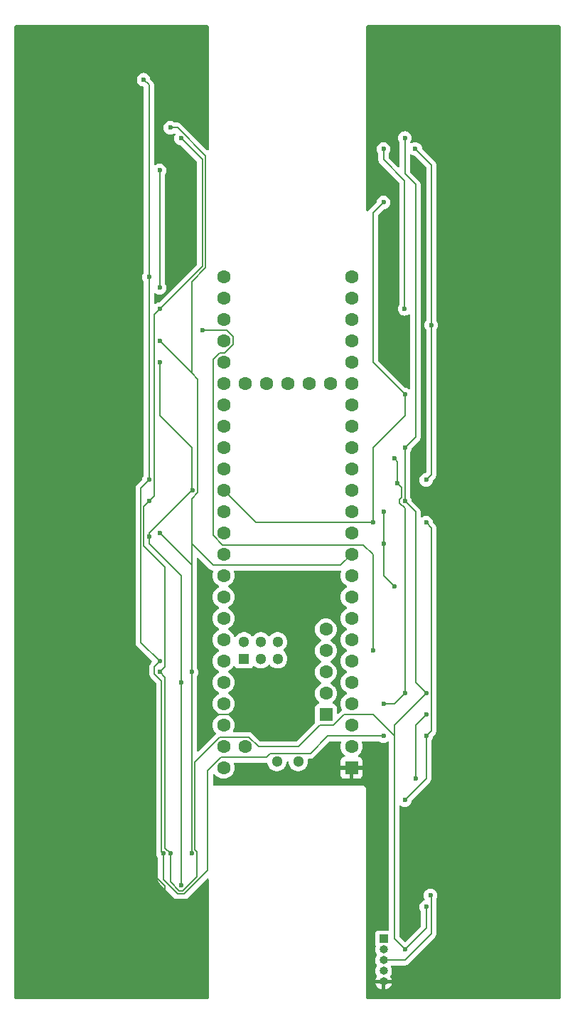
<source format=gbr>
%TF.GenerationSoftware,KiCad,Pcbnew,8.0.4*%
%TF.CreationDate,2024-11-18T10:24:52-08:00*%
%TF.ProjectId,Mother,4d6f7468-6572-42e6-9b69-6361645f7063,rev?*%
%TF.SameCoordinates,Original*%
%TF.FileFunction,Copper,L2,Bot*%
%TF.FilePolarity,Positive*%
%FSLAX46Y46*%
G04 Gerber Fmt 4.6, Leading zero omitted, Abs format (unit mm)*
G04 Created by KiCad (PCBNEW 8.0.4) date 2024-11-18 10:24:52*
%MOMM*%
%LPD*%
G01*
G04 APERTURE LIST*
%TA.AperFunction,ComponentPad*%
%ADD10R,1.000000X1.000000*%
%TD*%
%TA.AperFunction,ComponentPad*%
%ADD11O,1.000000X1.000000*%
%TD*%
%TA.AperFunction,ComponentPad*%
%ADD12R,1.600000X1.600000*%
%TD*%
%TA.AperFunction,ComponentPad*%
%ADD13C,1.600000*%
%TD*%
%TA.AperFunction,ComponentPad*%
%ADD14R,1.300000X1.300000*%
%TD*%
%TA.AperFunction,ComponentPad*%
%ADD15C,1.300000*%
%TD*%
%TA.AperFunction,ViaPad*%
%ADD16C,0.600000*%
%TD*%
%TA.AperFunction,Conductor*%
%ADD17C,0.200000*%
%TD*%
G04 APERTURE END LIST*
D10*
%TO.P,J1,1,Pin_1*%
%TO.N,GPIO14_TXD0*%
X136525000Y-160020000D03*
D11*
%TO.P,J1,2,Pin_2*%
%TO.N,GPIO15_RXD0*%
X136525000Y-161290000D03*
%TO.P,J1,3,Pin_3*%
%TO.N,Vss*%
X136525000Y-162560000D03*
%TO.P,J1,4,Pin_4*%
%TO.N,Vdd*%
X136525000Y-163830000D03*
%TO.P,J1,5,Pin_5*%
%TO.N,GND*%
X136525000Y-165100000D03*
%TD*%
D12*
%TO.P,U1,1,GND*%
%TO.N,GND*%
X132715000Y-139649200D03*
D13*
%TO.P,U1,2,0_RX1_CRX2_CS1*%
%TO.N,unconnected-(U1-0_RX1_CRX2_CS1-Pad2)*%
X132715000Y-137109200D03*
%TO.P,U1,3,1_TX1_CTX2_MISO1*%
%TO.N,unconnected-(U1-1_TX1_CTX2_MISO1-Pad3)*%
X132715000Y-134569200D03*
%TO.P,U1,4,2_OUT2*%
%TO.N,CS 10*%
X132715000Y-132029200D03*
%TO.P,U1,5,3_LRCLK2*%
%TO.N,CS 9*%
X132715000Y-129489200D03*
%TO.P,U1,6,4_BCLK2*%
%TO.N,CS 8*%
X132715000Y-126949200D03*
%TO.P,U1,7,5_IN2*%
%TO.N,CS 7*%
X132715000Y-124409200D03*
%TO.P,U1,8,6_OUT1D*%
%TO.N,CS 6*%
X132715000Y-121869200D03*
%TO.P,U1,9,7_RX2_OUT1A*%
%TO.N,CS 5*%
X132715000Y-119329200D03*
%TO.P,U1,10,8_TX2_IN1*%
%TO.N,CS 4*%
X132715000Y-116789200D03*
%TO.P,U1,11,9_OUT1C*%
%TO.N,SDI*%
X132715000Y-114249200D03*
%TO.P,U1,12,10_CS_MQSR*%
%TO.N,CS 3*%
X132715000Y-111709200D03*
%TO.P,U1,13,11_MOSI_CTX1*%
%TO.N,CS 2*%
X132715000Y-109169200D03*
%TO.P,U1,14,12_MISO_MQSL*%
%TO.N,CS 1*%
X132715000Y-106629200D03*
%TO.P,U1,15,3V3*%
%TO.N,unconnected-(U1-3V3-Pad15)*%
X132715000Y-104089200D03*
%TO.P,U1,16,24_A10_TX6_SCL2*%
%TO.N,unconnected-(U1-24_A10_TX6_SCL2-Pad16)*%
X132715000Y-101549200D03*
%TO.P,U1,17,25_A11_RX6_SDA2*%
%TO.N,unconnected-(U1-25_A11_RX6_SDA2-Pad17)*%
X132715000Y-99009200D03*
%TO.P,U1,18,26_A12_MOSI1*%
%TO.N,unconnected-(U1-26_A12_MOSI1-Pad18)*%
X132715000Y-96469200D03*
%TO.P,U1,19,27_A13_SCK1*%
%TO.N,unconnected-(U1-27_A13_SCK1-Pad19)*%
X132715000Y-93929200D03*
%TO.P,U1,20,28_RX7*%
%TO.N,unconnected-(U1-28_RX7-Pad20)*%
X132715000Y-91389200D03*
%TO.P,U1,21,29_TX7*%
%TO.N,unconnected-(U1-29_TX7-Pad21)*%
X132715000Y-88849200D03*
%TO.P,U1,22,30_CRX3*%
%TO.N,unconnected-(U1-30_CRX3-Pad22)*%
X132715000Y-86309200D03*
%TO.P,U1,23,31_CTX3*%
%TO.N,unconnected-(U1-31_CTX3-Pad23)*%
X132715000Y-83769200D03*
%TO.P,U1,24,32_OUT1B*%
%TO.N,unconnected-(U1-32_OUT1B-Pad24)*%
X132715000Y-81229200D03*
%TO.P,U1,25,33_MCLK2*%
%TO.N,unconnected-(U1-33_MCLK2-Pad25)*%
X117475000Y-81229200D03*
%TO.P,U1,26,34_RX8*%
%TO.N,GPIO14_TXD0*%
X117475000Y-83769200D03*
%TO.P,U1,27,35_TX8*%
%TO.N,GPIO15_RXD0*%
X117475000Y-86309200D03*
%TO.P,U1,28,36_CS*%
%TO.N,unconnected-(U1-36_CS-Pad28)*%
X117475000Y-88849200D03*
%TO.P,U1,29,37_CS*%
%TO.N,unconnected-(U1-37_CS-Pad29)*%
X117475000Y-91389200D03*
%TO.P,U1,30,38_CS1_IN1*%
%TO.N,unconnected-(U1-38_CS1_IN1-Pad30)*%
X117475000Y-93929200D03*
%TO.P,U1,31,39_MISO1_OUT1A*%
%TO.N,unconnected-(U1-39_MISO1_OUT1A-Pad31)*%
X117475000Y-96469200D03*
%TO.P,U1,32,40_A16*%
%TO.N,unconnected-(U1-40_A16-Pad32)*%
X117475000Y-99009200D03*
%TO.P,U1,33,41_A17*%
%TO.N,unconnected-(U1-41_A17-Pad33)*%
X117475000Y-101549200D03*
%TO.P,U1,34,GND*%
%TO.N,unconnected-(U1-GND-Pad34)*%
X117475000Y-104089200D03*
%TO.P,U1,35,13_SCK_LED*%
%TO.N,CKL*%
X117475000Y-106629200D03*
%TO.P,U1,36,14_A0_TX3_SPDIF_OUT*%
%TO.N,OUT 1*%
X117475000Y-109169200D03*
%TO.P,U1,37,15_A1_RX3_SPDIF_IN*%
%TO.N,OUT 2*%
X117475000Y-111709200D03*
%TO.P,U1,38,16_A2_RX4_SCL1*%
%TO.N,OUT 3*%
X117475000Y-114249200D03*
%TO.P,U1,39,17_A3_TX4_SDA1*%
%TO.N,OUT 4*%
X117475000Y-116789200D03*
%TO.P,U1,40,18_A4_SDA*%
%TO.N,OUT 5*%
X117475000Y-119329200D03*
%TO.P,U1,41,19_A5_SCL*%
%TO.N,OUT 6*%
X117475000Y-121869200D03*
%TO.P,U1,42,20_A6_TX5_LRCLK1*%
%TO.N,OUT 7*%
X117475000Y-124409200D03*
%TO.P,U1,43,21_A7_RX5_BCLK1*%
%TO.N,OUT 8*%
X117475000Y-126949200D03*
%TO.P,U1,44,22_A8_CTX1*%
%TO.N,OUT 9*%
X117475000Y-129489200D03*
%TO.P,U1,45,23_A9_CRX1_MCLK1*%
%TO.N,OUT 10*%
X117475000Y-132029200D03*
%TO.P,U1,46,3V3*%
%TO.N,unconnected-(U1-3V3-Pad46)*%
X117475000Y-134569200D03*
%TO.P,U1,47,GND*%
%TO.N,unconnected-(U1-GND-Pad47)*%
X117475000Y-137109200D03*
%TO.P,U1,48,VIN*%
%TO.N,unconnected-(U1-VIN-Pad48)*%
X117475000Y-139649200D03*
%TO.P,U1,49*%
%TO.N,N/C*%
X120015000Y-137109200D03*
%TO.P,U1,50*%
X130175000Y-93929200D03*
%TO.P,U1,51*%
X127635000Y-93929200D03*
%TO.P,U1,52*%
X125095000Y-93929200D03*
%TO.P,U1,53*%
X122555000Y-93929200D03*
%TO.P,U1,54*%
X120015000Y-93929200D03*
D12*
%TO.P,U1,55*%
X129664200Y-133350000D03*
D13*
%TO.P,U1,56*%
X129664200Y-130810000D03*
%TO.P,U1,57*%
X129664200Y-128270000D03*
%TO.P,U1,58*%
X129664200Y-125730000D03*
%TO.P,U1,59*%
X129664200Y-123190000D03*
D14*
%TO.P,U1,60*%
X119913400Y-126679200D03*
D15*
%TO.P,U1,61*%
X121913400Y-126679200D03*
%TO.P,U1,62*%
X123913400Y-126679200D03*
%TO.P,U1,63*%
X123913400Y-124679200D03*
%TO.P,U1,64*%
X121913400Y-124679200D03*
%TO.P,U1,65*%
X119913400Y-124679200D03*
%TO.P,U1,66*%
X123825000Y-138919200D03*
%TO.P,U1,67*%
X126365000Y-138919200D03*
%TD*%
D16*
%TO.N,Vdd*%
X111125000Y-149860000D03*
X141605000Y-130810000D03*
X139065000Y-101600000D03*
X112395000Y-64770000D03*
X141605000Y-156210000D03*
X139065000Y-161290000D03*
X109855000Y-85090000D03*
X108585000Y-107950000D03*
X109855000Y-128270000D03*
X139065000Y-107950000D03*
X139065000Y-64720000D03*
%TO.N,CKL*%
X139065000Y-95250000D03*
X139065000Y-143510000D03*
X135255000Y-110490000D03*
X112395000Y-153670000D03*
X141605000Y-135890000D03*
X141605000Y-110490000D03*
X109855000Y-82550000D03*
X136525000Y-72390000D03*
X113795000Y-106680000D03*
X112395000Y-129540000D03*
X108585000Y-112181471D03*
X109855000Y-91440000D03*
X109855000Y-68580000D03*
%TO.N,GND*%
X115570000Y-132080000D03*
X110490000Y-162560000D03*
X152400000Y-144780000D03*
X99060000Y-121920000D03*
X125730000Y-135890000D03*
X99060000Y-97790000D03*
X100330000Y-144780000D03*
X134620000Y-139700000D03*
X152400000Y-120650000D03*
X99060000Y-73660000D03*
X151130000Y-73660000D03*
X140970000Y-165100000D03*
X151130000Y-96520000D03*
%TO.N,SDI*%
X140335000Y-140970000D03*
X136525000Y-109220000D03*
X113665000Y-128270000D03*
X136525000Y-113030000D03*
X141605000Y-133350000D03*
X142215000Y-86970000D03*
X140310000Y-66015000D03*
X111125000Y-63500000D03*
X109855000Y-88900000D03*
X137795000Y-118110000D03*
X113665000Y-149860000D03*
X109855000Y-111760000D03*
X141605000Y-105410000D03*
%TO.N,Vss*%
X139065000Y-130810000D03*
X109855000Y-127000000D03*
X108585000Y-105410000D03*
X139040000Y-85065000D03*
X138206765Y-105821765D03*
X136525000Y-132080000D03*
X136525000Y-135890000D03*
X142115735Y-154850735D03*
X136525000Y-66040000D03*
X107950000Y-57785000D03*
X110276471Y-149860000D03*
X108585000Y-81280000D03*
X137795000Y-102870000D03*
%TO.N,GPIO15_RXD0*%
X114935000Y-87630000D03*
X135255000Y-125730000D03*
%TD*%
D17*
%TO.N,Vdd*%
X109185000Y-85760000D02*
X109855000Y-85090000D01*
X139065000Y-161290000D02*
X137795000Y-160020000D01*
X117019365Y-136009200D02*
X114065000Y-138963565D01*
X112643529Y-154270000D02*
X112146471Y-154270000D01*
X107985000Y-108550000D02*
X107985000Y-113278529D01*
X108585000Y-107950000D02*
X107985000Y-108550000D01*
X107985000Y-113278529D02*
X110455000Y-115748529D01*
X109185000Y-107350000D02*
X109185000Y-85760000D01*
X140335000Y-109220000D02*
X139065000Y-107950000D01*
X137795000Y-160020000D02*
X137795000Y-135890000D01*
X131864200Y-133350000D02*
X130594200Y-134620000D01*
X130594200Y-134620000D02*
X128905000Y-134620000D01*
X128905000Y-134620000D02*
X126365000Y-137160000D01*
X110490000Y-147720000D02*
X110490000Y-128905000D01*
X114265000Y-152648529D02*
X112643529Y-154270000D01*
X110455000Y-127670000D02*
X109855000Y-128270000D01*
X141605000Y-156210000D02*
X141605000Y-158750000D01*
X110490000Y-149225000D02*
X110490000Y-147720000D01*
X137795000Y-134620000D02*
X137795000Y-135890000D01*
X111125000Y-153248529D02*
X111125000Y-149860000D01*
X114265000Y-149611471D02*
X114265000Y-152648529D01*
X111125000Y-149860000D02*
X110490000Y-149225000D01*
X114065000Y-138963565D02*
X114065000Y-149411471D01*
X137795000Y-135890000D02*
X135255000Y-133350000D01*
X140335000Y-100330000D02*
X139065000Y-101600000D01*
X126365000Y-137160000D02*
X121621435Y-137160000D01*
X139065000Y-107950000D02*
X139065000Y-101600000D01*
X139065000Y-69001471D02*
X140335000Y-70271471D01*
X135255000Y-133350000D02*
X131864200Y-133350000D01*
X139065000Y-64720000D02*
X139065000Y-69001471D01*
X120470635Y-136009200D02*
X117019365Y-136009200D01*
X114935000Y-80010000D02*
X109855000Y-85090000D01*
X141605000Y-130810000D02*
X137795000Y-134620000D01*
X112146471Y-154270000D02*
X111125000Y-153248529D01*
X112395000Y-64770000D02*
X114935000Y-67310000D01*
X141605000Y-130810000D02*
X140335000Y-129540000D01*
X141605000Y-158750000D02*
X139065000Y-161290000D01*
X108585000Y-107950000D02*
X109185000Y-107350000D01*
X140335000Y-70271471D02*
X140335000Y-100330000D01*
X114935000Y-67310000D02*
X114935000Y-80010000D01*
X114065000Y-149411471D02*
X114265000Y-149611471D01*
X140335000Y-129540000D02*
X140335000Y-109220000D01*
X110455000Y-115748529D02*
X110455000Y-127670000D01*
X110490000Y-128905000D02*
X109855000Y-128270000D01*
X121621435Y-137160000D02*
X120470635Y-136009200D01*
%TO.N,CKL*%
X113665000Y-101600000D02*
X109855000Y-97790000D01*
X135255000Y-101600000D02*
X135255000Y-110490000D01*
X113665000Y-106550000D02*
X113665000Y-101600000D01*
X142205000Y-111090000D02*
X141605000Y-110490000D01*
X139065000Y-95250000D02*
X139065000Y-97790000D01*
X121335800Y-110490000D02*
X117475000Y-106629200D01*
X135255000Y-91440000D02*
X135255000Y-73660000D01*
X109855000Y-82550000D02*
X109855000Y-68580000D01*
X108585000Y-112181471D02*
X108585000Y-113030000D01*
X141605000Y-140970000D02*
X141605000Y-135890000D01*
X139065000Y-143510000D02*
X141605000Y-140970000D01*
X135255000Y-73660000D02*
X136525000Y-72390000D01*
X139065000Y-95250000D02*
X135255000Y-91440000D01*
X112395000Y-116840000D02*
X112395000Y-129540000D01*
X113795000Y-106680000D02*
X113665000Y-106680000D01*
X142205000Y-135290000D02*
X142205000Y-111090000D01*
X139065000Y-97790000D02*
X135255000Y-101600000D01*
X112395000Y-129540000D02*
X112395000Y-153670000D01*
X135255000Y-110490000D02*
X121335800Y-110490000D01*
X109855000Y-97790000D02*
X109855000Y-91440000D01*
X108585000Y-111760000D02*
X108585000Y-112181471D01*
X108585000Y-113030000D02*
X112395000Y-116840000D01*
X113795000Y-106680000D02*
X113665000Y-106550000D01*
X141605000Y-135890000D02*
X142205000Y-135290000D01*
X113665000Y-106680000D02*
X108585000Y-111760000D01*
%TO.N,GND*%
X99060000Y-121920000D02*
X99060000Y-97790000D01*
X123190000Y-133350000D02*
X125730000Y-135890000D01*
X116840000Y-133350000D02*
X123190000Y-133350000D01*
X101525100Y-144780000D02*
X110490000Y-153744900D01*
X115570000Y-132080000D02*
X116840000Y-133350000D01*
X100330000Y-123190000D02*
X99060000Y-121920000D01*
X110490000Y-153744900D02*
X110490000Y-162560000D01*
X99060000Y-97790000D02*
X99060000Y-73660000D01*
X100330000Y-144780000D02*
X100330000Y-123190000D01*
X100330000Y-144780000D02*
X101525100Y-144780000D01*
%TO.N,SDI*%
X113665000Y-115570000D02*
X113665000Y-107658529D01*
X131394200Y-115570000D02*
X132715000Y-114249200D01*
X142205000Y-104810000D02*
X142205000Y-86980000D01*
X109855000Y-88900000D02*
X113665000Y-92710000D01*
X113665000Y-92710000D02*
X113665000Y-81845686D01*
X115335000Y-80175686D02*
X115335000Y-66861471D01*
X142205000Y-86980000D02*
X142215000Y-86970000D01*
X140335000Y-140970000D02*
X140335000Y-134620000D01*
X115335000Y-66861471D02*
X111973529Y-63500000D01*
X116205000Y-115570000D02*
X131394200Y-115570000D01*
X114395000Y-106928529D02*
X114395000Y-93440000D01*
X113665000Y-113030000D02*
X116205000Y-115570000D01*
X114395000Y-93440000D02*
X113665000Y-92710000D01*
X136525000Y-116840000D02*
X136525000Y-113030000D01*
X141605000Y-105410000D02*
X142205000Y-104810000D01*
X111973529Y-63500000D02*
X111125000Y-63500000D01*
X109855000Y-111760000D02*
X113665000Y-115570000D01*
X137795000Y-118110000D02*
X136525000Y-116840000D01*
X113665000Y-81845686D02*
X115335000Y-80175686D01*
X136525000Y-109220000D02*
X136525000Y-113030000D01*
X113665000Y-107658529D02*
X114395000Y-106928529D01*
X113665000Y-115570000D02*
X113665000Y-128270000D01*
X140335000Y-134620000D02*
X141605000Y-133350000D01*
X113665000Y-128270000D02*
X113665000Y-149860000D01*
X142215000Y-67920000D02*
X142215000Y-86970000D01*
X140310000Y-66015000D02*
X142215000Y-67920000D01*
%TO.N,Vss*%
X109255000Y-128518529D02*
X109255000Y-127600000D01*
X115605000Y-139963565D02*
X117138565Y-138430000D01*
X138465000Y-107701471D02*
X138665000Y-107501471D01*
X138665000Y-107501471D02*
X138665000Y-106280000D01*
X107585000Y-124730000D02*
X107585000Y-106410000D01*
X108585000Y-81280000D02*
X108585000Y-105410000D01*
X137795000Y-102870000D02*
X138206765Y-103281765D01*
X142115735Y-154850735D02*
X142205000Y-154940000D01*
X108585000Y-58420000D02*
X107950000Y-57785000D01*
X138206765Y-103281765D02*
X138206765Y-105821765D01*
X139065000Y-130810000D02*
X137795000Y-132080000D01*
X109255000Y-127600000D02*
X109855000Y-127000000D01*
X122555000Y-138430000D02*
X123015800Y-137969200D01*
X129889885Y-135890000D02*
X136525000Y-135890000D01*
X127810685Y-137969200D02*
X129889885Y-135890000D01*
X136525000Y-67310000D02*
X139040000Y-69825000D01*
X136525000Y-66040000D02*
X136525000Y-67310000D01*
X110090000Y-149673529D02*
X110090000Y-129353529D01*
X142205000Y-159420000D02*
X139065000Y-162560000D01*
X139065000Y-162560000D02*
X136525000Y-162560000D01*
X112809215Y-154670000D02*
X115605000Y-151874215D01*
X110276471Y-149860000D02*
X110090000Y-149673529D01*
X142205000Y-154940000D02*
X142205000Y-159420000D01*
X110276471Y-152965686D02*
X111980785Y-154670000D01*
X139065000Y-130810000D02*
X139065000Y-108798529D01*
X139065000Y-108798529D02*
X138465000Y-108198529D01*
X109855000Y-127000000D02*
X107585000Y-124730000D01*
X138665000Y-106280000D02*
X138206765Y-105821765D01*
X137795000Y-132080000D02*
X136525000Y-132080000D01*
X123015800Y-137969200D02*
X127810685Y-137969200D01*
X117138565Y-138430000D02*
X122555000Y-138430000D01*
X110276471Y-149860000D02*
X110276471Y-152965686D01*
X115605000Y-151874215D02*
X115605000Y-139963565D01*
X110090000Y-129353529D02*
X109255000Y-128518529D01*
X107585000Y-106410000D02*
X108585000Y-105410000D01*
X108585000Y-81280000D02*
X108585000Y-58420000D01*
X138465000Y-108198529D02*
X138465000Y-107701471D01*
X111980785Y-154670000D02*
X112809215Y-154670000D01*
X139040000Y-69825000D02*
X139040000Y-85065000D01*
%TO.N,GPIO15_RXD0*%
X117590635Y-90289200D02*
X117019365Y-90289200D01*
X116205000Y-91103565D02*
X116205000Y-111994835D01*
X117359365Y-113149200D02*
X134104200Y-113149200D01*
X134104200Y-113149200D02*
X135255000Y-114300000D01*
X117019365Y-90289200D02*
X116205000Y-91103565D01*
X135255000Y-114300000D02*
X135255000Y-125730000D01*
X117811435Y-87630000D02*
X118575000Y-88393565D01*
X118575000Y-89304835D02*
X117590635Y-90289200D01*
X118575000Y-88393565D02*
X118575000Y-89304835D01*
X114935000Y-87630000D02*
X117811435Y-87630000D01*
X116205000Y-111994835D02*
X117359365Y-113149200D01*
%TD*%
%TA.AperFunction,Conductor*%
%TO.N,GND*%
G36*
X115647539Y-51320185D02*
G01*
X115693294Y-51372989D01*
X115704500Y-51424500D01*
X115704500Y-66082374D01*
X115684815Y-66149413D01*
X115632011Y-66195168D01*
X115562853Y-66205112D01*
X115499297Y-66176087D01*
X115492819Y-66170055D01*
X112461119Y-63138355D01*
X112461117Y-63138352D01*
X112342246Y-63019481D01*
X112342238Y-63019475D01*
X112240465Y-62960717D01*
X112240463Y-62960716D01*
X112205319Y-62940425D01*
X112205318Y-62940424D01*
X112192792Y-62937067D01*
X112052586Y-62899499D01*
X111894472Y-62899499D01*
X111886876Y-62899499D01*
X111886860Y-62899500D01*
X111707412Y-62899500D01*
X111640373Y-62879815D01*
X111630097Y-62872445D01*
X111627263Y-62870185D01*
X111627262Y-62870184D01*
X111570496Y-62834515D01*
X111474523Y-62774211D01*
X111304254Y-62714631D01*
X111304249Y-62714630D01*
X111125004Y-62694435D01*
X111124996Y-62694435D01*
X110945750Y-62714630D01*
X110945745Y-62714631D01*
X110775476Y-62774211D01*
X110622737Y-62870184D01*
X110495184Y-62997737D01*
X110399211Y-63150476D01*
X110339631Y-63320745D01*
X110339630Y-63320750D01*
X110319435Y-63499996D01*
X110319435Y-63500003D01*
X110339630Y-63679249D01*
X110339631Y-63679254D01*
X110399211Y-63849523D01*
X110452689Y-63934632D01*
X110495184Y-64002262D01*
X110622738Y-64129816D01*
X110775478Y-64225789D01*
X110945745Y-64285368D01*
X110945750Y-64285369D01*
X111124996Y-64305565D01*
X111125000Y-64305565D01*
X111125004Y-64305565D01*
X111304249Y-64285369D01*
X111304252Y-64285368D01*
X111304255Y-64285368D01*
X111474522Y-64225789D01*
X111538352Y-64185681D01*
X111605587Y-64166681D01*
X111672423Y-64187048D01*
X111717637Y-64240315D01*
X111726876Y-64309571D01*
X111709318Y-64356647D01*
X111669211Y-64420476D01*
X111609631Y-64590745D01*
X111609630Y-64590750D01*
X111589435Y-64769996D01*
X111589435Y-64770003D01*
X111609630Y-64949249D01*
X111609631Y-64949254D01*
X111669211Y-65119523D01*
X111738397Y-65229631D01*
X111765184Y-65272262D01*
X111892738Y-65399816D01*
X112045478Y-65495789D01*
X112215745Y-65555368D01*
X112302669Y-65565161D01*
X112367080Y-65592226D01*
X112376465Y-65600700D01*
X114298181Y-67522416D01*
X114331666Y-67583739D01*
X114334500Y-67610097D01*
X114334500Y-79709902D01*
X114314815Y-79776941D01*
X114298181Y-79797583D01*
X109836465Y-84259298D01*
X109775142Y-84292783D01*
X109762668Y-84294837D01*
X109675750Y-84304630D01*
X109505478Y-84364210D01*
X109375472Y-84445899D01*
X109308235Y-84464899D01*
X109241400Y-84444531D01*
X109196186Y-84391263D01*
X109185500Y-84340905D01*
X109185500Y-83299094D01*
X109205185Y-83232055D01*
X109257989Y-83186300D01*
X109327147Y-83176356D01*
X109375471Y-83194100D01*
X109413193Y-83217802D01*
X109505475Y-83275788D01*
X109675745Y-83335368D01*
X109675750Y-83335369D01*
X109854996Y-83355565D01*
X109855000Y-83355565D01*
X109855004Y-83355565D01*
X110034249Y-83335369D01*
X110034252Y-83335368D01*
X110034255Y-83335368D01*
X110204522Y-83275789D01*
X110357262Y-83179816D01*
X110484816Y-83052262D01*
X110580789Y-82899522D01*
X110640368Y-82729255D01*
X110650579Y-82638629D01*
X110660565Y-82550003D01*
X110660565Y-82549996D01*
X110640369Y-82370750D01*
X110640368Y-82370745D01*
X110636527Y-82359767D01*
X110580789Y-82200478D01*
X110484816Y-82047738D01*
X110484814Y-82047736D01*
X110484813Y-82047734D01*
X110482550Y-82044896D01*
X110481659Y-82042715D01*
X110481111Y-82041842D01*
X110481264Y-82041745D01*
X110456144Y-81980209D01*
X110455500Y-81967587D01*
X110455500Y-69162412D01*
X110475185Y-69095373D01*
X110482555Y-69085097D01*
X110484810Y-69082267D01*
X110484816Y-69082262D01*
X110580789Y-68929522D01*
X110640368Y-68759255D01*
X110660565Y-68580000D01*
X110640368Y-68400745D01*
X110580789Y-68230478D01*
X110484816Y-68077738D01*
X110357262Y-67950184D01*
X110334528Y-67935899D01*
X110204523Y-67854211D01*
X110034254Y-67794631D01*
X110034249Y-67794630D01*
X109855004Y-67774435D01*
X109854996Y-67774435D01*
X109675750Y-67794630D01*
X109675745Y-67794631D01*
X109505476Y-67854211D01*
X109375472Y-67935899D01*
X109308235Y-67954899D01*
X109241400Y-67934531D01*
X109196186Y-67881263D01*
X109185500Y-67830905D01*
X109185500Y-58509060D01*
X109185501Y-58509047D01*
X109185501Y-58340944D01*
X109144576Y-58188214D01*
X109144573Y-58188209D01*
X109065524Y-58051290D01*
X109065518Y-58051282D01*
X108780700Y-57766465D01*
X108747215Y-57705142D01*
X108745163Y-57692686D01*
X108735368Y-57605745D01*
X108675789Y-57435478D01*
X108579816Y-57282738D01*
X108452262Y-57155184D01*
X108299523Y-57059211D01*
X108129254Y-56999631D01*
X108129249Y-56999630D01*
X107950004Y-56979435D01*
X107949996Y-56979435D01*
X107770750Y-56999630D01*
X107770745Y-56999631D01*
X107600476Y-57059211D01*
X107447737Y-57155184D01*
X107320184Y-57282737D01*
X107224211Y-57435476D01*
X107164631Y-57605745D01*
X107164630Y-57605750D01*
X107144435Y-57784996D01*
X107144435Y-57785003D01*
X107164630Y-57964249D01*
X107164631Y-57964254D01*
X107224211Y-58134523D01*
X107257948Y-58188214D01*
X107320184Y-58287262D01*
X107447738Y-58414816D01*
X107600478Y-58510789D01*
X107770745Y-58570368D01*
X107857669Y-58580161D01*
X107922080Y-58607226D01*
X107931465Y-58615700D01*
X107948181Y-58632416D01*
X107981666Y-58693739D01*
X107984500Y-58720097D01*
X107984500Y-80697587D01*
X107964815Y-80764626D01*
X107957450Y-80774896D01*
X107955186Y-80777734D01*
X107859211Y-80930476D01*
X107799631Y-81100745D01*
X107799630Y-81100750D01*
X107779435Y-81279996D01*
X107779435Y-81280003D01*
X107799630Y-81459249D01*
X107799631Y-81459254D01*
X107859211Y-81629523D01*
X107955185Y-81782263D01*
X107957445Y-81785097D01*
X107958334Y-81787275D01*
X107958889Y-81788158D01*
X107958734Y-81788255D01*
X107983855Y-81849783D01*
X107984500Y-81862412D01*
X107984500Y-104827587D01*
X107964815Y-104894626D01*
X107957450Y-104904896D01*
X107955186Y-104907734D01*
X107859210Y-105060478D01*
X107799630Y-105230750D01*
X107789837Y-105317668D01*
X107762770Y-105382082D01*
X107754298Y-105391465D01*
X107216286Y-105929478D01*
X107104481Y-106041282D01*
X107104480Y-106041284D01*
X107055403Y-106126288D01*
X107025423Y-106178215D01*
X106984499Y-106330943D01*
X106984499Y-106330945D01*
X106984499Y-106499046D01*
X106984500Y-106499059D01*
X106984500Y-124643330D01*
X106984499Y-124643348D01*
X106984499Y-124809054D01*
X106984498Y-124809054D01*
X107025423Y-124961785D01*
X107049918Y-125004211D01*
X107104479Y-125098714D01*
X107104481Y-125098717D01*
X107223349Y-125217585D01*
X107223354Y-125217589D01*
X108918084Y-126912320D01*
X108951568Y-126973641D01*
X108946584Y-127043333D01*
X108918085Y-127087679D01*
X108886286Y-127119478D01*
X108774481Y-127231282D01*
X108774477Y-127231287D01*
X108752156Y-127269951D01*
X108752155Y-127269953D01*
X108695423Y-127368215D01*
X108654499Y-127520943D01*
X108654499Y-127520945D01*
X108654499Y-127689046D01*
X108654500Y-127689059D01*
X108654500Y-128431859D01*
X108654499Y-128431877D01*
X108654499Y-128597583D01*
X108654498Y-128597583D01*
X108654499Y-128597586D01*
X108686361Y-128716496D01*
X108695424Y-128750316D01*
X108705401Y-128767596D01*
X108705402Y-128767598D01*
X108774477Y-128887241D01*
X108774481Y-128887246D01*
X108893349Y-129006114D01*
X108893355Y-129006119D01*
X109453181Y-129565945D01*
X109486666Y-129627268D01*
X109489500Y-129653626D01*
X109489500Y-149586859D01*
X109489499Y-149586877D01*
X109489499Y-149688020D01*
X109488719Y-149701904D01*
X109470906Y-149859997D01*
X109470906Y-149860003D01*
X109491101Y-150039249D01*
X109491102Y-150039254D01*
X109550682Y-150209523D01*
X109646656Y-150362263D01*
X109648916Y-150365097D01*
X109649805Y-150367275D01*
X109650360Y-150368158D01*
X109650205Y-150368255D01*
X109675326Y-150429783D01*
X109675971Y-150442412D01*
X109675971Y-152879016D01*
X109675970Y-152879034D01*
X109675970Y-153044740D01*
X109675969Y-153044740D01*
X109716894Y-153197471D01*
X109738832Y-153235469D01*
X109738834Y-153235471D01*
X109795950Y-153334400D01*
X109795952Y-153334403D01*
X109914820Y-153453271D01*
X109914826Y-153453276D01*
X111495924Y-155034374D01*
X111495934Y-155034385D01*
X111500264Y-155038715D01*
X111500265Y-155038716D01*
X111612069Y-155150520D01*
X111698217Y-155200257D01*
X111749000Y-155229577D01*
X111901728Y-155270501D01*
X111901731Y-155270501D01*
X112067438Y-155270501D01*
X112067454Y-155270500D01*
X112722546Y-155270500D01*
X112722562Y-155270501D01*
X112730158Y-155270501D01*
X112888269Y-155270501D01*
X112888272Y-155270501D01*
X113041000Y-155229577D01*
X113091783Y-155200257D01*
X113177931Y-155150520D01*
X113289735Y-155038716D01*
X113289735Y-155038714D01*
X113299939Y-155028511D01*
X113299942Y-155028506D01*
X115492821Y-152835628D01*
X115554142Y-152802145D01*
X115623834Y-152807129D01*
X115679767Y-152849001D01*
X115704184Y-152914465D01*
X115704500Y-152923311D01*
X115704500Y-167015500D01*
X115684815Y-167082539D01*
X115632011Y-167128294D01*
X115580500Y-167139500D01*
X92699500Y-167139500D01*
X92632461Y-167119815D01*
X92586706Y-167067011D01*
X92575500Y-167015500D01*
X92575500Y-51424500D01*
X92595185Y-51357461D01*
X92647989Y-51311706D01*
X92699500Y-51300500D01*
X115580500Y-51300500D01*
X115647539Y-51320185D01*
G37*
%TD.AperFunction*%
%TA.AperFunction,Conductor*%
G36*
X157557539Y-51320185D02*
G01*
X157603294Y-51372989D01*
X157614500Y-51424500D01*
X157614500Y-167015500D01*
X157594815Y-167082539D01*
X157542011Y-167128294D01*
X157490500Y-167139500D01*
X134609500Y-167139500D01*
X134542461Y-167119815D01*
X134496706Y-167067011D01*
X134485500Y-167015500D01*
X134485500Y-165350000D01*
X135555840Y-165350000D01*
X135596652Y-165484541D01*
X135689503Y-165658253D01*
X135689507Y-165658260D01*
X135814471Y-165810528D01*
X135966739Y-165935491D01*
X136140465Y-166028349D01*
X136275000Y-166069159D01*
X136775000Y-166069159D01*
X136909534Y-166028349D01*
X137083260Y-165935491D01*
X137235528Y-165810528D01*
X137360492Y-165658260D01*
X137360496Y-165658253D01*
X137453347Y-165484541D01*
X137494160Y-165350000D01*
X136775000Y-165350000D01*
X136775000Y-166069159D01*
X136275000Y-166069159D01*
X136275000Y-165350000D01*
X135555840Y-165350000D01*
X134485500Y-165350000D01*
X134485500Y-142174110D01*
X134485500Y-142174108D01*
X134451392Y-142046814D01*
X134385500Y-141932686D01*
X134292314Y-141839500D01*
X134235250Y-141806554D01*
X134178187Y-141773608D01*
X134096132Y-141751622D01*
X134050892Y-141739500D01*
X134050891Y-141739500D01*
X116329500Y-141739500D01*
X116262461Y-141719815D01*
X116216706Y-141667011D01*
X116205500Y-141615500D01*
X116205500Y-140496797D01*
X116225185Y-140429758D01*
X116277989Y-140384003D01*
X116347147Y-140374059D01*
X116410703Y-140403084D01*
X116431071Y-140425668D01*
X116474953Y-140488339D01*
X116474957Y-140488344D01*
X116635858Y-140649245D01*
X116635861Y-140649247D01*
X116822266Y-140779768D01*
X117028504Y-140875939D01*
X117248308Y-140934835D01*
X117410230Y-140949001D01*
X117474998Y-140954668D01*
X117475000Y-140954668D01*
X117475002Y-140954668D01*
X117537511Y-140949199D01*
X117701692Y-140934835D01*
X117921496Y-140875939D01*
X118127734Y-140779768D01*
X118314139Y-140649247D01*
X118475047Y-140488339D01*
X118605568Y-140301934D01*
X118701739Y-140095696D01*
X118760635Y-139875892D01*
X118780468Y-139649200D01*
X118777796Y-139618664D01*
X118769817Y-139527455D01*
X118760635Y-139422508D01*
X118701739Y-139202704D01*
X118701736Y-139202698D01*
X118699889Y-139197623D01*
X118702156Y-139196797D01*
X118693210Y-139137797D01*
X118721746Y-139074020D01*
X118780232Y-139035795D01*
X118816080Y-139030500D01*
X122468331Y-139030500D01*
X122468347Y-139030501D01*
X122567394Y-139030501D01*
X122634433Y-139050186D01*
X122680188Y-139102990D01*
X122687488Y-139126049D01*
X122687675Y-139125996D01*
X122747596Y-139336592D01*
X122747596Y-139336594D01*
X122842632Y-139527453D01*
X122911512Y-139618664D01*
X122971128Y-139697607D01*
X123128698Y-139841252D01*
X123309981Y-139953498D01*
X123508802Y-140030521D01*
X123718390Y-140069700D01*
X123718392Y-140069700D01*
X123931608Y-140069700D01*
X123931610Y-140069700D01*
X124141198Y-140030521D01*
X124340019Y-139953498D01*
X124521302Y-139841252D01*
X124678872Y-139697607D01*
X124807366Y-139527455D01*
X124852453Y-139436908D01*
X124902403Y-139336594D01*
X124902403Y-139336593D01*
X124902405Y-139336589D01*
X124960756Y-139131510D01*
X124971529Y-139015247D01*
X124997315Y-138950311D01*
X125054115Y-138909623D01*
X125123896Y-138906103D01*
X125184503Y-138940868D01*
X125216693Y-139002881D01*
X125218471Y-139015248D01*
X125229244Y-139131510D01*
X125287596Y-139336592D01*
X125287596Y-139336594D01*
X125382632Y-139527453D01*
X125451512Y-139618664D01*
X125511128Y-139697607D01*
X125668698Y-139841252D01*
X125849981Y-139953498D01*
X126048802Y-140030521D01*
X126258390Y-140069700D01*
X126258392Y-140069700D01*
X126471608Y-140069700D01*
X126471610Y-140069700D01*
X126681198Y-140030521D01*
X126880019Y-139953498D01*
X127061302Y-139841252D01*
X127218872Y-139697607D01*
X127347366Y-139527455D01*
X127392453Y-139436908D01*
X127442403Y-139336594D01*
X127442403Y-139336593D01*
X127442405Y-139336589D01*
X127500756Y-139131510D01*
X127520429Y-138919200D01*
X127519215Y-138906103D01*
X127500594Y-138705141D01*
X127514009Y-138636571D01*
X127562366Y-138586140D01*
X127624065Y-138569700D01*
X127724016Y-138569700D01*
X127724032Y-138569701D01*
X127731628Y-138569701D01*
X127889739Y-138569701D01*
X127889742Y-138569701D01*
X128042470Y-138528777D01*
X128105038Y-138492653D01*
X128179401Y-138449720D01*
X128291205Y-138337916D01*
X128291205Y-138337914D01*
X128301409Y-138327711D01*
X128301412Y-138327706D01*
X130102301Y-136526819D01*
X130163624Y-136493334D01*
X130189982Y-136490500D01*
X131373920Y-136490500D01*
X131440959Y-136510185D01*
X131486714Y-136562989D01*
X131496658Y-136632147D01*
X131489172Y-136657281D01*
X131490111Y-136657623D01*
X131488258Y-136662711D01*
X131429366Y-136882502D01*
X131429364Y-136882513D01*
X131409532Y-137109198D01*
X131409532Y-137109201D01*
X131429364Y-137335886D01*
X131429366Y-137335897D01*
X131488258Y-137555688D01*
X131488261Y-137555697D01*
X131584431Y-137761932D01*
X131584432Y-137761934D01*
X131714954Y-137948341D01*
X131875858Y-138109245D01*
X131901086Y-138126910D01*
X131944711Y-138181487D01*
X131951905Y-138250985D01*
X131920382Y-138313340D01*
X131860153Y-138348754D01*
X131843221Y-138351774D01*
X131807626Y-138355601D01*
X131807620Y-138355603D01*
X131672913Y-138405845D01*
X131672906Y-138405849D01*
X131557812Y-138492009D01*
X131557809Y-138492012D01*
X131471649Y-138607106D01*
X131471645Y-138607113D01*
X131421403Y-138741820D01*
X131421401Y-138741827D01*
X131415000Y-138801355D01*
X131415000Y-139399200D01*
X132224252Y-139399200D01*
X132202482Y-139436908D01*
X132165000Y-139576791D01*
X132165000Y-139721609D01*
X132202482Y-139861492D01*
X132224252Y-139899200D01*
X131415000Y-139899200D01*
X131415000Y-140497044D01*
X131421401Y-140556572D01*
X131421403Y-140556579D01*
X131471645Y-140691286D01*
X131471649Y-140691293D01*
X131557809Y-140806387D01*
X131557812Y-140806390D01*
X131672906Y-140892550D01*
X131672913Y-140892554D01*
X131807620Y-140942796D01*
X131807627Y-140942798D01*
X131867155Y-140949199D01*
X131867172Y-140949200D01*
X132465000Y-140949200D01*
X132465000Y-140139947D01*
X132502708Y-140161718D01*
X132642591Y-140199200D01*
X132787409Y-140199200D01*
X132927292Y-140161718D01*
X132965000Y-140139947D01*
X132965000Y-140949200D01*
X133562828Y-140949200D01*
X133562844Y-140949199D01*
X133622372Y-140942798D01*
X133622379Y-140942796D01*
X133757086Y-140892554D01*
X133757093Y-140892550D01*
X133872187Y-140806390D01*
X133872190Y-140806387D01*
X133958350Y-140691293D01*
X133958354Y-140691286D01*
X134008596Y-140556579D01*
X134008598Y-140556572D01*
X134014999Y-140497044D01*
X134015000Y-140497027D01*
X134015000Y-139899200D01*
X133205748Y-139899200D01*
X133227518Y-139861492D01*
X133265000Y-139721609D01*
X133265000Y-139576791D01*
X133227518Y-139436908D01*
X133205748Y-139399200D01*
X134015000Y-139399200D01*
X134015000Y-138801372D01*
X134014999Y-138801355D01*
X134008598Y-138741827D01*
X134008596Y-138741820D01*
X133958354Y-138607113D01*
X133958350Y-138607106D01*
X133872190Y-138492012D01*
X133872187Y-138492009D01*
X133757093Y-138405849D01*
X133757086Y-138405845D01*
X133622379Y-138355603D01*
X133622373Y-138355601D01*
X133586778Y-138351774D01*
X133522228Y-138325035D01*
X133482381Y-138267641D01*
X133479888Y-138197816D01*
X133515542Y-138137728D01*
X133528913Y-138126910D01*
X133554139Y-138109247D01*
X133715047Y-137948339D01*
X133845568Y-137761934D01*
X133941739Y-137555696D01*
X134000635Y-137335892D01*
X134020468Y-137109200D01*
X134000635Y-136882508D01*
X133941739Y-136662704D01*
X133941736Y-136662698D01*
X133939889Y-136657623D01*
X133942156Y-136656797D01*
X133933210Y-136597797D01*
X133961746Y-136534020D01*
X134020232Y-136495795D01*
X134056080Y-136490500D01*
X135942588Y-136490500D01*
X136009627Y-136510185D01*
X136019903Y-136517555D01*
X136022736Y-136519814D01*
X136022738Y-136519816D01*
X136175478Y-136615789D01*
X136345745Y-136675368D01*
X136345750Y-136675369D01*
X136524996Y-136695565D01*
X136525000Y-136695565D01*
X136525004Y-136695565D01*
X136704249Y-136675369D01*
X136704252Y-136675368D01*
X136704255Y-136675368D01*
X136874522Y-136615789D01*
X137004528Y-136534100D01*
X137071764Y-136515100D01*
X137138599Y-136535467D01*
X137183814Y-136588735D01*
X137194500Y-136639094D01*
X137194500Y-158895500D01*
X137174815Y-158962539D01*
X137122011Y-159008294D01*
X137070500Y-159019500D01*
X135977129Y-159019500D01*
X135977123Y-159019501D01*
X135917516Y-159025908D01*
X135782671Y-159076202D01*
X135782664Y-159076206D01*
X135667455Y-159162452D01*
X135667452Y-159162455D01*
X135581206Y-159277664D01*
X135581202Y-159277671D01*
X135530908Y-159412517D01*
X135524501Y-159472116D01*
X135524500Y-159472135D01*
X135524500Y-160567870D01*
X135524501Y-160567876D01*
X135530908Y-160627483D01*
X135581202Y-160762328D01*
X135581204Y-160762331D01*
X135587231Y-160770382D01*
X135611648Y-160835846D01*
X135598105Y-160899470D01*
X135598518Y-160899641D01*
X135597595Y-160901869D01*
X135597324Y-160903143D01*
X135596188Y-160905267D01*
X135538975Y-161093870D01*
X135519659Y-161290000D01*
X135538975Y-161486129D01*
X135596188Y-161674733D01*
X135689086Y-161848532D01*
X135692473Y-161853601D01*
X135690836Y-161854694D01*
X135714596Y-161910663D01*
X135702795Y-161979529D01*
X135692109Y-161996156D01*
X135692473Y-161996399D01*
X135689086Y-162001467D01*
X135596188Y-162175266D01*
X135538975Y-162363870D01*
X135519659Y-162560000D01*
X135538975Y-162756129D01*
X135538976Y-162756132D01*
X135588233Y-162918511D01*
X135596188Y-162944733D01*
X135689086Y-163118532D01*
X135692473Y-163123601D01*
X135690836Y-163124694D01*
X135714596Y-163180663D01*
X135702795Y-163249529D01*
X135692109Y-163266156D01*
X135692473Y-163266399D01*
X135689086Y-163271467D01*
X135596188Y-163445266D01*
X135538975Y-163633870D01*
X135519659Y-163830000D01*
X135538975Y-164026129D01*
X135596188Y-164214733D01*
X135689086Y-164388532D01*
X135692473Y-164393601D01*
X135690955Y-164394615D01*
X135714918Y-164451042D01*
X135703124Y-164519909D01*
X135692515Y-164536420D01*
X135692893Y-164536673D01*
X135689505Y-164541742D01*
X135596652Y-164715458D01*
X135555839Y-164849999D01*
X135555840Y-164850000D01*
X136315382Y-164850000D01*
X136264936Y-164900446D01*
X136222149Y-164974555D01*
X136200000Y-165057213D01*
X136200000Y-165142787D01*
X136222149Y-165225445D01*
X136264936Y-165299554D01*
X136325446Y-165360064D01*
X136399555Y-165402851D01*
X136482213Y-165425000D01*
X136567787Y-165425000D01*
X136650445Y-165402851D01*
X136724554Y-165360064D01*
X136785064Y-165299554D01*
X136827851Y-165225445D01*
X136850000Y-165142787D01*
X136850000Y-165057213D01*
X136827851Y-164974555D01*
X136785064Y-164900446D01*
X136734618Y-164850000D01*
X137494160Y-164850000D01*
X137494160Y-164849999D01*
X137453347Y-164715458D01*
X137360496Y-164541746D01*
X137357110Y-164536678D01*
X137358784Y-164535559D01*
X137335081Y-164479746D01*
X137346874Y-164410879D01*
X137357839Y-164393818D01*
X137357523Y-164393607D01*
X137360904Y-164388544D01*
X137360910Y-164388538D01*
X137453814Y-164214727D01*
X137511024Y-164026132D01*
X137530341Y-163830000D01*
X137511024Y-163633868D01*
X137453814Y-163445273D01*
X137399122Y-163342953D01*
X137384881Y-163274551D01*
X137409881Y-163209307D01*
X137466186Y-163167936D01*
X137508481Y-163160500D01*
X138978331Y-163160500D01*
X138978347Y-163160501D01*
X138985943Y-163160501D01*
X139144054Y-163160501D01*
X139144057Y-163160501D01*
X139296785Y-163119577D01*
X139354552Y-163086225D01*
X139433716Y-163040520D01*
X139545520Y-162928716D01*
X139545520Y-162928714D01*
X139555724Y-162918511D01*
X139555727Y-162918506D01*
X142685520Y-159788716D01*
X142764577Y-159651784D01*
X142805501Y-159499057D01*
X142805501Y-159340942D01*
X142805501Y-159333347D01*
X142805500Y-159333329D01*
X142805500Y-155293311D01*
X142824506Y-155227339D01*
X142841524Y-155200257D01*
X142901103Y-155029990D01*
X142921300Y-154850735D01*
X142901103Y-154671480D01*
X142841524Y-154501213D01*
X142745551Y-154348473D01*
X142617997Y-154220919D01*
X142465258Y-154124946D01*
X142294989Y-154065366D01*
X142294984Y-154065365D01*
X142115739Y-154045170D01*
X142115731Y-154045170D01*
X141936485Y-154065365D01*
X141936480Y-154065366D01*
X141766211Y-154124946D01*
X141613472Y-154220919D01*
X141485919Y-154348472D01*
X141389946Y-154501211D01*
X141330366Y-154671480D01*
X141330365Y-154671485D01*
X141310170Y-154850731D01*
X141310170Y-154850738D01*
X141330365Y-155029984D01*
X141330366Y-155029989D01*
X141389946Y-155200257D01*
X141429245Y-155262801D01*
X141448245Y-155330037D01*
X141427877Y-155396873D01*
X141374610Y-155442087D01*
X141365206Y-155445814D01*
X141255480Y-155484209D01*
X141102737Y-155580184D01*
X140975184Y-155707737D01*
X140879211Y-155860476D01*
X140819631Y-156030745D01*
X140819630Y-156030750D01*
X140799435Y-156209996D01*
X140799435Y-156210003D01*
X140819630Y-156389249D01*
X140819631Y-156389254D01*
X140879211Y-156559523D01*
X140975185Y-156712263D01*
X140977445Y-156715097D01*
X140978334Y-156717275D01*
X140978889Y-156718158D01*
X140978734Y-156718255D01*
X141003855Y-156779783D01*
X141004500Y-156792412D01*
X141004500Y-158449903D01*
X140984815Y-158516942D01*
X140968181Y-158537584D01*
X139152681Y-160353084D01*
X139091358Y-160386569D01*
X139021666Y-160381585D01*
X138977319Y-160353084D01*
X138431819Y-159807584D01*
X138398334Y-159746261D01*
X138395500Y-159719903D01*
X138395500Y-144259094D01*
X138415185Y-144192055D01*
X138467989Y-144146300D01*
X138537147Y-144136356D01*
X138585471Y-144154100D01*
X138623193Y-144177802D01*
X138715475Y-144235788D01*
X138885745Y-144295368D01*
X138885750Y-144295369D01*
X139064996Y-144315565D01*
X139065000Y-144315565D01*
X139065004Y-144315565D01*
X139244249Y-144295369D01*
X139244252Y-144295368D01*
X139244255Y-144295368D01*
X139414522Y-144235789D01*
X139567262Y-144139816D01*
X139694816Y-144012262D01*
X139790789Y-143859522D01*
X139850368Y-143689255D01*
X139860161Y-143602329D01*
X139887226Y-143537918D01*
X139895690Y-143528543D01*
X141963506Y-141460728D01*
X141963511Y-141460724D01*
X141973714Y-141450520D01*
X141973716Y-141450520D01*
X142085520Y-141338716D01*
X142164577Y-141201784D01*
X142205500Y-141049057D01*
X142205500Y-136472412D01*
X142225185Y-136405373D01*
X142232555Y-136395097D01*
X142234810Y-136392267D01*
X142234816Y-136392262D01*
X142330789Y-136239522D01*
X142390368Y-136069255D01*
X142400161Y-135982329D01*
X142427226Y-135917918D01*
X142435690Y-135908543D01*
X142573713Y-135770521D01*
X142573716Y-135770520D01*
X142685520Y-135658716D01*
X142735639Y-135571904D01*
X142764577Y-135521785D01*
X142805500Y-135369057D01*
X142805500Y-135210943D01*
X142805500Y-111010943D01*
X142764577Y-110858216D01*
X142764577Y-110858215D01*
X142718414Y-110778259D01*
X142685520Y-110721284D01*
X142573716Y-110609480D01*
X142573715Y-110609479D01*
X142569385Y-110605149D01*
X142569374Y-110605139D01*
X142435700Y-110471465D01*
X142402215Y-110410142D01*
X142400163Y-110397686D01*
X142390368Y-110310745D01*
X142330789Y-110140478D01*
X142234816Y-109987738D01*
X142107262Y-109860184D01*
X142084528Y-109845899D01*
X141954523Y-109764211D01*
X141784254Y-109704631D01*
X141784249Y-109704630D01*
X141605004Y-109684435D01*
X141604996Y-109684435D01*
X141425750Y-109704630D01*
X141425745Y-109704631D01*
X141255476Y-109764211D01*
X141125472Y-109845899D01*
X141058235Y-109864899D01*
X140991400Y-109844531D01*
X140946186Y-109791263D01*
X140935500Y-109740905D01*
X140935500Y-109140945D01*
X140935500Y-109140943D01*
X140894577Y-108988216D01*
X140894577Y-108988215D01*
X140894577Y-108988214D01*
X140865639Y-108938095D01*
X140865637Y-108938092D01*
X140824201Y-108866321D01*
X140815520Y-108851284D01*
X140703716Y-108739480D01*
X140703715Y-108739479D01*
X140699385Y-108735149D01*
X140699374Y-108735139D01*
X139895700Y-107931465D01*
X139862215Y-107870142D01*
X139860163Y-107857686D01*
X139850368Y-107770745D01*
X139790789Y-107600478D01*
X139694816Y-107447738D01*
X139694814Y-107447736D01*
X139694813Y-107447734D01*
X139692550Y-107444896D01*
X139691659Y-107442715D01*
X139691111Y-107441842D01*
X139691264Y-107441745D01*
X139666144Y-107380209D01*
X139665500Y-107367587D01*
X139665500Y-102182412D01*
X139685185Y-102115373D01*
X139692555Y-102105097D01*
X139694810Y-102102267D01*
X139694816Y-102102262D01*
X139790789Y-101949522D01*
X139850368Y-101779255D01*
X139860161Y-101692329D01*
X139887226Y-101627918D01*
X139895690Y-101618543D01*
X140703713Y-100810521D01*
X140703716Y-100810520D01*
X140815520Y-100698716D01*
X140865639Y-100611904D01*
X140894577Y-100561785D01*
X140935500Y-100409058D01*
X140935500Y-100250943D01*
X140935500Y-70192414D01*
X140899159Y-70056785D01*
X140899159Y-70056784D01*
X140899159Y-70056783D01*
X140894579Y-70039691D01*
X140894577Y-70039687D01*
X140894577Y-70039686D01*
X140865639Y-69989566D01*
X140815520Y-69902755D01*
X140703716Y-69790951D01*
X140703715Y-69790950D01*
X140699385Y-69786620D01*
X140699374Y-69786610D01*
X139701819Y-68789055D01*
X139668334Y-68727732D01*
X139665500Y-68701374D01*
X139665500Y-66779803D01*
X139685185Y-66712764D01*
X139737989Y-66667009D01*
X139807147Y-66657065D01*
X139855470Y-66674808D01*
X139960478Y-66740789D01*
X140130745Y-66800368D01*
X140217669Y-66810161D01*
X140282080Y-66837226D01*
X140291465Y-66845700D01*
X141578181Y-68132416D01*
X141611666Y-68193739D01*
X141614500Y-68220097D01*
X141614500Y-86387587D01*
X141594815Y-86454626D01*
X141587450Y-86464896D01*
X141585186Y-86467734D01*
X141489211Y-86620476D01*
X141429631Y-86790745D01*
X141429630Y-86790750D01*
X141409435Y-86969996D01*
X141409435Y-86970003D01*
X141429630Y-87149249D01*
X141429631Y-87149254D01*
X141489211Y-87319524D01*
X141558724Y-87430151D01*
X141581763Y-87466818D01*
X141585493Y-87472753D01*
X141604500Y-87538726D01*
X141604500Y-104493677D01*
X141584815Y-104560716D01*
X141532011Y-104606471D01*
X141494384Y-104616897D01*
X141425750Y-104624630D01*
X141255478Y-104684210D01*
X141102737Y-104780184D01*
X140975184Y-104907737D01*
X140879211Y-105060476D01*
X140819631Y-105230745D01*
X140819630Y-105230750D01*
X140799435Y-105409996D01*
X140799435Y-105410003D01*
X140819630Y-105589249D01*
X140819631Y-105589254D01*
X140879211Y-105759523D01*
X140975184Y-105912262D01*
X141102738Y-106039816D01*
X141255478Y-106135789D01*
X141425745Y-106195368D01*
X141425750Y-106195369D01*
X141604996Y-106215565D01*
X141605000Y-106215565D01*
X141605004Y-106215565D01*
X141784249Y-106195369D01*
X141784252Y-106195368D01*
X141784255Y-106195368D01*
X141954522Y-106135789D01*
X142107262Y-106039816D01*
X142234816Y-105912262D01*
X142330789Y-105759522D01*
X142390368Y-105589255D01*
X142400161Y-105502329D01*
X142427226Y-105437918D01*
X142435690Y-105428543D01*
X142573713Y-105290521D01*
X142573716Y-105290520D01*
X142685520Y-105178716D01*
X142735639Y-105091904D01*
X142764577Y-105041785D01*
X142805500Y-104889057D01*
X142805500Y-104730943D01*
X142805500Y-87562940D01*
X142825185Y-87495901D01*
X142841819Y-87475259D01*
X142844816Y-87472262D01*
X142940789Y-87319522D01*
X143000368Y-87149255D01*
X143000471Y-87148341D01*
X143020565Y-86970003D01*
X143020565Y-86969996D01*
X143000369Y-86790750D01*
X143000368Y-86790745D01*
X142940788Y-86620476D01*
X142844813Y-86467734D01*
X142842550Y-86464896D01*
X142841659Y-86462715D01*
X142841111Y-86461842D01*
X142841264Y-86461745D01*
X142816144Y-86400209D01*
X142815500Y-86387587D01*
X142815500Y-68009059D01*
X142815501Y-68009046D01*
X142815501Y-67840945D01*
X142815501Y-67840943D01*
X142774577Y-67688215D01*
X142745639Y-67638095D01*
X142695520Y-67551284D01*
X142583716Y-67439480D01*
X142583715Y-67439479D01*
X142579385Y-67435149D01*
X142579374Y-67435139D01*
X141140700Y-65996465D01*
X141107215Y-65935142D01*
X141105163Y-65922686D01*
X141095368Y-65835745D01*
X141035789Y-65665478D01*
X140939816Y-65512738D01*
X140812262Y-65385184D01*
X140659523Y-65289211D01*
X140489254Y-65229631D01*
X140489249Y-65229630D01*
X140310004Y-65209435D01*
X140309996Y-65209435D01*
X140130750Y-65229630D01*
X140130745Y-65229631D01*
X139960474Y-65289212D01*
X139911999Y-65319671D01*
X139844762Y-65338671D01*
X139777927Y-65318303D01*
X139732714Y-65265035D01*
X139723477Y-65195778D01*
X139741034Y-65148706D01*
X139790789Y-65069522D01*
X139850368Y-64899255D01*
X139864931Y-64770003D01*
X139870565Y-64720003D01*
X139870565Y-64719996D01*
X139850369Y-64540750D01*
X139850368Y-64540745D01*
X139790788Y-64370476D01*
X139709002Y-64240315D01*
X139694816Y-64217738D01*
X139567262Y-64090184D01*
X139414523Y-63994211D01*
X139244254Y-63934631D01*
X139244249Y-63934630D01*
X139065004Y-63914435D01*
X139064996Y-63914435D01*
X138885750Y-63934630D01*
X138885745Y-63934631D01*
X138715476Y-63994211D01*
X138562737Y-64090184D01*
X138435184Y-64217737D01*
X138339211Y-64370476D01*
X138279631Y-64540745D01*
X138279630Y-64540750D01*
X138259435Y-64719996D01*
X138259435Y-64720003D01*
X138279630Y-64899249D01*
X138279631Y-64899254D01*
X138339211Y-65069523D01*
X138388964Y-65148704D01*
X138427124Y-65209435D01*
X138435185Y-65222263D01*
X138437445Y-65225097D01*
X138438334Y-65227275D01*
X138438889Y-65228158D01*
X138438734Y-65228255D01*
X138463855Y-65289783D01*
X138464500Y-65302412D01*
X138464500Y-68100903D01*
X138444815Y-68167942D01*
X138392011Y-68213697D01*
X138322853Y-68223641D01*
X138259297Y-68194616D01*
X138252819Y-68188584D01*
X137161819Y-67097584D01*
X137128334Y-67036261D01*
X137125500Y-67009903D01*
X137125500Y-66622412D01*
X137145185Y-66555373D01*
X137152555Y-66545097D01*
X137154810Y-66542267D01*
X137154816Y-66542262D01*
X137250789Y-66389522D01*
X137310368Y-66219255D01*
X137315232Y-66176087D01*
X137330565Y-66040003D01*
X137330565Y-66039996D01*
X137310369Y-65860750D01*
X137310368Y-65860745D01*
X137250788Y-65690476D01*
X137189053Y-65592226D01*
X137154816Y-65537738D01*
X137027262Y-65410184D01*
X136874523Y-65314211D01*
X136704254Y-65254631D01*
X136704249Y-65254630D01*
X136525004Y-65234435D01*
X136524996Y-65234435D01*
X136345750Y-65254630D01*
X136345745Y-65254631D01*
X136175476Y-65314211D01*
X136022737Y-65410184D01*
X135895184Y-65537737D01*
X135799211Y-65690476D01*
X135739631Y-65860745D01*
X135739630Y-65860750D01*
X135719435Y-66039996D01*
X135719435Y-66040003D01*
X135739630Y-66219249D01*
X135739631Y-66219254D01*
X135799211Y-66389523D01*
X135859515Y-66485496D01*
X135879475Y-66517262D01*
X135895185Y-66542263D01*
X135897445Y-66545097D01*
X135898334Y-66547275D01*
X135898889Y-66548158D01*
X135898734Y-66548255D01*
X135923855Y-66609783D01*
X135924500Y-66622412D01*
X135924500Y-67223330D01*
X135924499Y-67223348D01*
X135924499Y-67389054D01*
X135924498Y-67389054D01*
X135965423Y-67541785D01*
X135994358Y-67591900D01*
X135994359Y-67591904D01*
X135994360Y-67591904D01*
X136044479Y-67678714D01*
X136044481Y-67678717D01*
X136163349Y-67797585D01*
X136163355Y-67797590D01*
X138403181Y-70037416D01*
X138436666Y-70098739D01*
X138439500Y-70125097D01*
X138439500Y-84482587D01*
X138419815Y-84549626D01*
X138412450Y-84559896D01*
X138410186Y-84562734D01*
X138314211Y-84715476D01*
X138254631Y-84885745D01*
X138254630Y-84885750D01*
X138234435Y-85064996D01*
X138234435Y-85065003D01*
X138254630Y-85244249D01*
X138254631Y-85244254D01*
X138314211Y-85414523D01*
X138410184Y-85567262D01*
X138537738Y-85694816D01*
X138690478Y-85790789D01*
X138761924Y-85815789D01*
X138860745Y-85850368D01*
X138860750Y-85850369D01*
X139039996Y-85870565D01*
X139040000Y-85870565D01*
X139040004Y-85870565D01*
X139219249Y-85850369D01*
X139219252Y-85850368D01*
X139219255Y-85850368D01*
X139389522Y-85790789D01*
X139542262Y-85694816D01*
X139542264Y-85694813D01*
X139544527Y-85693392D01*
X139611764Y-85674391D01*
X139678599Y-85694758D01*
X139723814Y-85748026D01*
X139734500Y-85798385D01*
X139734500Y-94500905D01*
X139714815Y-94567944D01*
X139662011Y-94613699D01*
X139592853Y-94623643D01*
X139544528Y-94605899D01*
X139414521Y-94524210D01*
X139244249Y-94464630D01*
X139157331Y-94454837D01*
X139092917Y-94427770D01*
X139083534Y-94419298D01*
X135891819Y-91227583D01*
X135858334Y-91166260D01*
X135855500Y-91139902D01*
X135855500Y-73960096D01*
X135875185Y-73893057D01*
X135891815Y-73872419D01*
X136543535Y-73220698D01*
X136604856Y-73187215D01*
X136617311Y-73185163D01*
X136704255Y-73175368D01*
X136874522Y-73115789D01*
X137027262Y-73019816D01*
X137154816Y-72892262D01*
X137250789Y-72739522D01*
X137310368Y-72569255D01*
X137330565Y-72390000D01*
X137327419Y-72362082D01*
X137310369Y-72210750D01*
X137310368Y-72210745D01*
X137250788Y-72040476D01*
X137154815Y-71887737D01*
X137027262Y-71760184D01*
X136874523Y-71664211D01*
X136704254Y-71604631D01*
X136704249Y-71604630D01*
X136525004Y-71584435D01*
X136524996Y-71584435D01*
X136345750Y-71604630D01*
X136345745Y-71604631D01*
X136175476Y-71664211D01*
X136022737Y-71760184D01*
X135895184Y-71887737D01*
X135799210Y-72040478D01*
X135739630Y-72210750D01*
X135729837Y-72297668D01*
X135702770Y-72362082D01*
X135694298Y-72371465D01*
X134886286Y-73179478D01*
X134774481Y-73291282D01*
X134774480Y-73291284D01*
X134729270Y-73369592D01*
X134724361Y-73378094D01*
X134724359Y-73378097D01*
X134716886Y-73391040D01*
X134666318Y-73439255D01*
X134597711Y-73452476D01*
X134532846Y-73426507D01*
X134492319Y-73369592D01*
X134485500Y-73329038D01*
X134485500Y-51424500D01*
X134505185Y-51357461D01*
X134557989Y-51311706D01*
X134609500Y-51300500D01*
X157490500Y-51300500D01*
X157557539Y-51320185D01*
G37*
%TD.AperFunction*%
%TA.AperFunction,Conductor*%
G36*
X114470703Y-114685384D02*
G01*
X114477181Y-114691416D01*
X115720139Y-115934374D01*
X115720149Y-115934385D01*
X115724479Y-115938715D01*
X115724480Y-115938716D01*
X115836284Y-116050520D01*
X115836286Y-116050521D01*
X115836290Y-116050524D01*
X115973209Y-116129573D01*
X115973216Y-116129577D01*
X116085019Y-116159534D01*
X116125942Y-116170500D01*
X116125943Y-116170500D01*
X116133920Y-116170500D01*
X116200959Y-116190185D01*
X116246714Y-116242989D01*
X116256658Y-116312147D01*
X116249172Y-116337281D01*
X116250111Y-116337623D01*
X116248258Y-116342711D01*
X116189366Y-116562502D01*
X116189364Y-116562513D01*
X116169532Y-116789198D01*
X116169532Y-116789201D01*
X116189364Y-117015886D01*
X116189366Y-117015897D01*
X116248258Y-117235688D01*
X116248261Y-117235697D01*
X116344431Y-117441932D01*
X116344432Y-117441934D01*
X116474954Y-117628341D01*
X116635858Y-117789245D01*
X116635861Y-117789247D01*
X116822266Y-117919768D01*
X116880275Y-117946818D01*
X116932714Y-117992991D01*
X116951866Y-118060184D01*
X116931650Y-118127065D01*
X116880275Y-118171582D01*
X116822267Y-118198631D01*
X116822265Y-118198632D01*
X116635858Y-118329154D01*
X116474954Y-118490058D01*
X116344432Y-118676465D01*
X116344431Y-118676467D01*
X116248261Y-118882702D01*
X116248258Y-118882711D01*
X116189366Y-119102502D01*
X116189364Y-119102513D01*
X116169532Y-119329198D01*
X116169532Y-119329201D01*
X116189364Y-119555886D01*
X116189366Y-119555897D01*
X116248258Y-119775688D01*
X116248261Y-119775697D01*
X116344431Y-119981932D01*
X116344432Y-119981934D01*
X116474954Y-120168341D01*
X116635858Y-120329245D01*
X116635861Y-120329247D01*
X116822266Y-120459768D01*
X116880275Y-120486818D01*
X116932714Y-120532991D01*
X116951866Y-120600184D01*
X116931650Y-120667065D01*
X116880275Y-120711582D01*
X116822267Y-120738631D01*
X116822265Y-120738632D01*
X116635858Y-120869154D01*
X116474954Y-121030058D01*
X116344432Y-121216465D01*
X116344431Y-121216467D01*
X116248261Y-121422702D01*
X116248258Y-121422711D01*
X116189366Y-121642502D01*
X116189364Y-121642513D01*
X116169532Y-121869198D01*
X116169532Y-121869201D01*
X116189364Y-122095886D01*
X116189366Y-122095897D01*
X116248258Y-122315688D01*
X116248261Y-122315697D01*
X116344431Y-122521932D01*
X116344432Y-122521934D01*
X116474954Y-122708341D01*
X116635858Y-122869245D01*
X116635861Y-122869247D01*
X116822266Y-122999768D01*
X116880275Y-123026818D01*
X116932714Y-123072991D01*
X116951866Y-123140184D01*
X116931650Y-123207065D01*
X116880275Y-123251582D01*
X116822267Y-123278631D01*
X116822265Y-123278632D01*
X116635858Y-123409154D01*
X116474954Y-123570058D01*
X116344432Y-123756465D01*
X116344431Y-123756467D01*
X116248261Y-123962702D01*
X116248258Y-123962711D01*
X116189366Y-124182502D01*
X116189364Y-124182513D01*
X116169532Y-124409198D01*
X116169532Y-124409201D01*
X116189364Y-124635886D01*
X116189366Y-124635897D01*
X116248258Y-124855688D01*
X116248261Y-124855697D01*
X116344431Y-125061932D01*
X116344432Y-125061934D01*
X116474954Y-125248341D01*
X116635858Y-125409245D01*
X116635861Y-125409247D01*
X116822266Y-125539768D01*
X116880275Y-125566818D01*
X116932714Y-125612991D01*
X116951866Y-125680184D01*
X116931650Y-125747065D01*
X116880275Y-125791582D01*
X116822267Y-125818631D01*
X116822265Y-125818632D01*
X116635858Y-125949154D01*
X116474954Y-126110058D01*
X116344432Y-126296465D01*
X116344431Y-126296467D01*
X116248261Y-126502702D01*
X116248258Y-126502711D01*
X116189366Y-126722502D01*
X116189364Y-126722513D01*
X116169532Y-126949198D01*
X116169532Y-126949201D01*
X116189364Y-127175886D01*
X116189366Y-127175897D01*
X116248258Y-127395688D01*
X116248261Y-127395697D01*
X116344431Y-127601932D01*
X116344432Y-127601934D01*
X116474954Y-127788341D01*
X116635858Y-127949245D01*
X116639671Y-127951915D01*
X116822266Y-128079768D01*
X116880275Y-128106818D01*
X116932714Y-128152991D01*
X116951866Y-128220184D01*
X116931650Y-128287065D01*
X116880275Y-128331582D01*
X116822267Y-128358631D01*
X116822265Y-128358632D01*
X116635858Y-128489154D01*
X116474954Y-128650058D01*
X116344432Y-128836465D01*
X116344431Y-128836467D01*
X116248261Y-129042702D01*
X116248258Y-129042711D01*
X116189366Y-129262502D01*
X116189364Y-129262513D01*
X116169532Y-129489198D01*
X116169532Y-129489201D01*
X116189364Y-129715886D01*
X116189366Y-129715897D01*
X116248258Y-129935688D01*
X116248261Y-129935697D01*
X116344431Y-130141932D01*
X116344432Y-130141934D01*
X116474954Y-130328341D01*
X116635858Y-130489245D01*
X116635861Y-130489247D01*
X116822266Y-130619768D01*
X116880275Y-130646818D01*
X116932714Y-130692991D01*
X116951866Y-130760184D01*
X116931650Y-130827065D01*
X116880275Y-130871582D01*
X116822267Y-130898631D01*
X116822265Y-130898632D01*
X116635858Y-131029154D01*
X116474954Y-131190058D01*
X116344432Y-131376465D01*
X116344431Y-131376467D01*
X116248261Y-131582702D01*
X116248258Y-131582711D01*
X116189366Y-131802502D01*
X116189364Y-131802513D01*
X116169532Y-132029198D01*
X116169532Y-132029201D01*
X116189364Y-132255886D01*
X116189366Y-132255897D01*
X116248258Y-132475688D01*
X116248261Y-132475697D01*
X116344431Y-132681932D01*
X116344432Y-132681934D01*
X116474954Y-132868341D01*
X116635858Y-133029245D01*
X116635861Y-133029247D01*
X116822266Y-133159768D01*
X116855388Y-133175213D01*
X116880275Y-133186818D01*
X116932714Y-133232991D01*
X116951866Y-133300184D01*
X116931650Y-133367065D01*
X116880275Y-133411582D01*
X116822267Y-133438631D01*
X116822265Y-133438632D01*
X116635858Y-133569154D01*
X116474954Y-133730058D01*
X116344432Y-133916465D01*
X116344431Y-133916467D01*
X116248261Y-134122702D01*
X116248258Y-134122711D01*
X116189366Y-134342502D01*
X116189364Y-134342513D01*
X116169532Y-134569198D01*
X116169532Y-134569201D01*
X116189364Y-134795886D01*
X116189366Y-134795897D01*
X116248258Y-135015688D01*
X116248261Y-135015697D01*
X116344431Y-135221932D01*
X116344432Y-135221934D01*
X116474951Y-135408337D01*
X116474952Y-135408338D01*
X116474953Y-135408339D01*
X116535291Y-135468677D01*
X116568775Y-135529998D01*
X116563791Y-135599690D01*
X116535290Y-135644038D01*
X114477181Y-137702148D01*
X114415858Y-137735633D01*
X114346166Y-137730649D01*
X114290233Y-137688777D01*
X114265816Y-137623313D01*
X114265500Y-137614467D01*
X114265500Y-128852412D01*
X114285185Y-128785373D01*
X114292555Y-128775097D01*
X114294810Y-128772267D01*
X114294816Y-128772262D01*
X114390789Y-128619522D01*
X114450368Y-128449255D01*
X114450369Y-128449249D01*
X114470565Y-128270003D01*
X114470565Y-128269996D01*
X114450369Y-128090750D01*
X114450368Y-128090745D01*
X114401782Y-127951895D01*
X114390789Y-127920478D01*
X114379043Y-127901785D01*
X114357645Y-127867730D01*
X114294816Y-127767738D01*
X114294814Y-127767736D01*
X114294813Y-127767734D01*
X114292550Y-127764896D01*
X114291659Y-127762715D01*
X114291111Y-127761842D01*
X114291264Y-127761745D01*
X114266144Y-127700209D01*
X114265500Y-127687587D01*
X114265500Y-115659060D01*
X114265501Y-115659047D01*
X114265501Y-115483348D01*
X114265500Y-115483330D01*
X114265500Y-114779097D01*
X114285185Y-114712058D01*
X114337989Y-114666303D01*
X114407147Y-114656359D01*
X114470703Y-114685384D01*
G37*
%TD.AperFunction*%
%TA.AperFunction,Conductor*%
G36*
X131307547Y-116170501D02*
G01*
X131373920Y-116170501D01*
X131440959Y-116190186D01*
X131486714Y-116242990D01*
X131496658Y-116312148D01*
X131489166Y-116337279D01*
X131490111Y-116337623D01*
X131488258Y-116342711D01*
X131429366Y-116562502D01*
X131429364Y-116562513D01*
X131409532Y-116789198D01*
X131409532Y-116789201D01*
X131429364Y-117015886D01*
X131429366Y-117015897D01*
X131488258Y-117235688D01*
X131488261Y-117235697D01*
X131584431Y-117441932D01*
X131584432Y-117441934D01*
X131714954Y-117628341D01*
X131875858Y-117789245D01*
X131875861Y-117789247D01*
X132062266Y-117919768D01*
X132120275Y-117946818D01*
X132172714Y-117992991D01*
X132191866Y-118060184D01*
X132171650Y-118127065D01*
X132120275Y-118171582D01*
X132062267Y-118198631D01*
X132062265Y-118198632D01*
X131875858Y-118329154D01*
X131714954Y-118490058D01*
X131584432Y-118676465D01*
X131584431Y-118676467D01*
X131488261Y-118882702D01*
X131488258Y-118882711D01*
X131429366Y-119102502D01*
X131429364Y-119102513D01*
X131409532Y-119329198D01*
X131409532Y-119329201D01*
X131429364Y-119555886D01*
X131429366Y-119555897D01*
X131488258Y-119775688D01*
X131488261Y-119775697D01*
X131584431Y-119981932D01*
X131584432Y-119981934D01*
X131714954Y-120168341D01*
X131875858Y-120329245D01*
X131875861Y-120329247D01*
X132062266Y-120459768D01*
X132120275Y-120486818D01*
X132172714Y-120532991D01*
X132191866Y-120600184D01*
X132171650Y-120667065D01*
X132120275Y-120711582D01*
X132062267Y-120738631D01*
X132062265Y-120738632D01*
X131875858Y-120869154D01*
X131714954Y-121030058D01*
X131584432Y-121216465D01*
X131584431Y-121216467D01*
X131488261Y-121422702D01*
X131488258Y-121422711D01*
X131429366Y-121642502D01*
X131429364Y-121642513D01*
X131409532Y-121869198D01*
X131409532Y-121869201D01*
X131429364Y-122095886D01*
X131429366Y-122095897D01*
X131488258Y-122315688D01*
X131488261Y-122315697D01*
X131584431Y-122521932D01*
X131584432Y-122521934D01*
X131714954Y-122708341D01*
X131875858Y-122869245D01*
X131875861Y-122869247D01*
X132062266Y-122999768D01*
X132120275Y-123026818D01*
X132172714Y-123072991D01*
X132191866Y-123140184D01*
X132171650Y-123207065D01*
X132120275Y-123251582D01*
X132062267Y-123278631D01*
X132062265Y-123278632D01*
X131875858Y-123409154D01*
X131714954Y-123570058D01*
X131584432Y-123756465D01*
X131584431Y-123756467D01*
X131488261Y-123962702D01*
X131488258Y-123962711D01*
X131429366Y-124182502D01*
X131429364Y-124182513D01*
X131409532Y-124409198D01*
X131409532Y-124409201D01*
X131429364Y-124635886D01*
X131429366Y-124635897D01*
X131488258Y-124855688D01*
X131488261Y-124855697D01*
X131584431Y-125061932D01*
X131584432Y-125061934D01*
X131714954Y-125248341D01*
X131875858Y-125409245D01*
X131875861Y-125409247D01*
X132062266Y-125539768D01*
X132120275Y-125566818D01*
X132172714Y-125612991D01*
X132191866Y-125680184D01*
X132171650Y-125747065D01*
X132120275Y-125791582D01*
X132062267Y-125818631D01*
X132062265Y-125818632D01*
X131875858Y-125949154D01*
X131714954Y-126110058D01*
X131584432Y-126296465D01*
X131584431Y-126296467D01*
X131488261Y-126502702D01*
X131488258Y-126502711D01*
X131429366Y-126722502D01*
X131429364Y-126722513D01*
X131409532Y-126949198D01*
X131409532Y-126949201D01*
X131429364Y-127175886D01*
X131429366Y-127175897D01*
X131488258Y-127395688D01*
X131488261Y-127395697D01*
X131584431Y-127601932D01*
X131584432Y-127601934D01*
X131714954Y-127788341D01*
X131875858Y-127949245D01*
X131879671Y-127951915D01*
X132062266Y-128079768D01*
X132120275Y-128106818D01*
X132172714Y-128152991D01*
X132191866Y-128220184D01*
X132171650Y-128287065D01*
X132120275Y-128331582D01*
X132062267Y-128358631D01*
X132062265Y-128358632D01*
X131875858Y-128489154D01*
X131714954Y-128650058D01*
X131584432Y-128836465D01*
X131584431Y-128836467D01*
X131488261Y-129042702D01*
X131488258Y-129042711D01*
X131429366Y-129262502D01*
X131429364Y-129262513D01*
X131409532Y-129489198D01*
X131409532Y-129489201D01*
X131429364Y-129715886D01*
X131429366Y-129715897D01*
X131488258Y-129935688D01*
X131488261Y-129935697D01*
X131584431Y-130141932D01*
X131584432Y-130141934D01*
X131714954Y-130328341D01*
X131875858Y-130489245D01*
X131875861Y-130489247D01*
X132062266Y-130619768D01*
X132120275Y-130646818D01*
X132172714Y-130692991D01*
X132191866Y-130760184D01*
X132171650Y-130827065D01*
X132120275Y-130871582D01*
X132062267Y-130898631D01*
X132062265Y-130898632D01*
X131875858Y-131029154D01*
X131714954Y-131190058D01*
X131584432Y-131376465D01*
X131584431Y-131376467D01*
X131488261Y-131582702D01*
X131488258Y-131582711D01*
X131429366Y-131802502D01*
X131429364Y-131802513D01*
X131409532Y-132029198D01*
X131409532Y-132029201D01*
X131429364Y-132255886D01*
X131429366Y-132255897D01*
X131488258Y-132475688D01*
X131488260Y-132475692D01*
X131488261Y-132475696D01*
X131583763Y-132680500D01*
X131586448Y-132686257D01*
X131596940Y-132755334D01*
X131568420Y-132819119D01*
X131536067Y-132846049D01*
X131495485Y-132869479D01*
X131495482Y-132869481D01*
X131176380Y-133188584D01*
X131115057Y-133222069D01*
X131045365Y-133217085D01*
X130989432Y-133175213D01*
X130965015Y-133109749D01*
X130964699Y-133100903D01*
X130964699Y-132502129D01*
X130964698Y-132502123D01*
X130964697Y-132502116D01*
X130958291Y-132442517D01*
X130956795Y-132438507D01*
X130907997Y-132307671D01*
X130907993Y-132307664D01*
X130821747Y-132192455D01*
X130821744Y-132192452D01*
X130706535Y-132106206D01*
X130706528Y-132106202D01*
X130571682Y-132055908D01*
X130571683Y-132055908D01*
X130536604Y-132052137D01*
X130472053Y-132025399D01*
X130432205Y-131968006D01*
X130429712Y-131898181D01*
X130465365Y-131838092D01*
X130478739Y-131827272D01*
X130503340Y-131810046D01*
X130664245Y-131649141D01*
X130664247Y-131649139D01*
X130794768Y-131462734D01*
X130890939Y-131256496D01*
X130949835Y-131036692D01*
X130969668Y-130810000D01*
X130969008Y-130802461D01*
X130955391Y-130646818D01*
X130949835Y-130583308D01*
X130890939Y-130363504D01*
X130794768Y-130157266D01*
X130697039Y-130017693D01*
X130664245Y-129970858D01*
X130503341Y-129809954D01*
X130316934Y-129679432D01*
X130316928Y-129679429D01*
X130258925Y-129652382D01*
X130206485Y-129606210D01*
X130187333Y-129539017D01*
X130207548Y-129472135D01*
X130258925Y-129427618D01*
X130316934Y-129400568D01*
X130503339Y-129270047D01*
X130664247Y-129109139D01*
X130794768Y-128922734D01*
X130890939Y-128716496D01*
X130949835Y-128496692D01*
X130969668Y-128270000D01*
X130969008Y-128262461D01*
X130955391Y-128106818D01*
X130949835Y-128043308D01*
X130890939Y-127823504D01*
X130794768Y-127617266D01*
X130664247Y-127430861D01*
X130664245Y-127430858D01*
X130503341Y-127269954D01*
X130316934Y-127139432D01*
X130316928Y-127139429D01*
X130274143Y-127119478D01*
X130258924Y-127112381D01*
X130206485Y-127066210D01*
X130187333Y-126999017D01*
X130207548Y-126932135D01*
X130258925Y-126887618D01*
X130316934Y-126860568D01*
X130503339Y-126730047D01*
X130664247Y-126569139D01*
X130794768Y-126382734D01*
X130890939Y-126176496D01*
X130949835Y-125956692D01*
X130969668Y-125730000D01*
X130969008Y-125722461D01*
X130954373Y-125555181D01*
X130949835Y-125503308D01*
X130890939Y-125283504D01*
X130794768Y-125077266D01*
X130697039Y-124937693D01*
X130664245Y-124890858D01*
X130503341Y-124729954D01*
X130316934Y-124599432D01*
X130316928Y-124599429D01*
X130258925Y-124572382D01*
X130206485Y-124526210D01*
X130187333Y-124459017D01*
X130207548Y-124392135D01*
X130258925Y-124347618D01*
X130316934Y-124320568D01*
X130503339Y-124190047D01*
X130664247Y-124029139D01*
X130794768Y-123842734D01*
X130890939Y-123636496D01*
X130949835Y-123416692D01*
X130969668Y-123190000D01*
X130969008Y-123182461D01*
X130953025Y-122999768D01*
X130949835Y-122963308D01*
X130890939Y-122743504D01*
X130794768Y-122537266D01*
X130664247Y-122350861D01*
X130664245Y-122350858D01*
X130503341Y-122189954D01*
X130316934Y-122059432D01*
X130316932Y-122059431D01*
X130110697Y-121963261D01*
X130110688Y-121963258D01*
X129890897Y-121904366D01*
X129890893Y-121904365D01*
X129890892Y-121904365D01*
X129890891Y-121904364D01*
X129890886Y-121904364D01*
X129664202Y-121884532D01*
X129664198Y-121884532D01*
X129437513Y-121904364D01*
X129437502Y-121904366D01*
X129217711Y-121963258D01*
X129217702Y-121963261D01*
X129011467Y-122059431D01*
X129011465Y-122059432D01*
X128825058Y-122189954D01*
X128664154Y-122350858D01*
X128533632Y-122537265D01*
X128533631Y-122537267D01*
X128437461Y-122743502D01*
X128437458Y-122743511D01*
X128378566Y-122963302D01*
X128378564Y-122963313D01*
X128358732Y-123189998D01*
X128358732Y-123190001D01*
X128378564Y-123416686D01*
X128378566Y-123416697D01*
X128437458Y-123636488D01*
X128437461Y-123636497D01*
X128533631Y-123842732D01*
X128533632Y-123842734D01*
X128664154Y-124029141D01*
X128825058Y-124190045D01*
X128825061Y-124190047D01*
X129011466Y-124320568D01*
X129069475Y-124347618D01*
X129121914Y-124393791D01*
X129141066Y-124460984D01*
X129120850Y-124527865D01*
X129069475Y-124572382D01*
X129011467Y-124599431D01*
X129011465Y-124599432D01*
X128825058Y-124729954D01*
X128664154Y-124890858D01*
X128533632Y-125077265D01*
X128533631Y-125077267D01*
X128437461Y-125283502D01*
X128437458Y-125283511D01*
X128378566Y-125503302D01*
X128378564Y-125503313D01*
X128358732Y-125729998D01*
X128358732Y-125730001D01*
X128378564Y-125956686D01*
X128378566Y-125956697D01*
X128437458Y-126176488D01*
X128437461Y-126176497D01*
X128533631Y-126382732D01*
X128533632Y-126382734D01*
X128664154Y-126569141D01*
X128825058Y-126730045D01*
X128825061Y-126730047D01*
X129011466Y-126860568D01*
X129069475Y-126887618D01*
X129121914Y-126933791D01*
X129141066Y-127000984D01*
X129120850Y-127067865D01*
X129069475Y-127112382D01*
X129011467Y-127139431D01*
X129011465Y-127139432D01*
X128825058Y-127269954D01*
X128664154Y-127430858D01*
X128533632Y-127617265D01*
X128533631Y-127617267D01*
X128437461Y-127823502D01*
X128437458Y-127823511D01*
X128378566Y-128043302D01*
X128378564Y-128043313D01*
X128358732Y-128269998D01*
X128358732Y-128270001D01*
X128378564Y-128496686D01*
X128378566Y-128496697D01*
X128437458Y-128716488D01*
X128437461Y-128716497D01*
X128533631Y-128922732D01*
X128533632Y-128922734D01*
X128664154Y-129109141D01*
X128825058Y-129270045D01*
X128825061Y-129270047D01*
X129011466Y-129400568D01*
X129069475Y-129427618D01*
X129121914Y-129473791D01*
X129141066Y-129540984D01*
X129120850Y-129607865D01*
X129069475Y-129652382D01*
X129011467Y-129679431D01*
X129011465Y-129679432D01*
X128825058Y-129809954D01*
X128664154Y-129970858D01*
X128533632Y-130157265D01*
X128533631Y-130157267D01*
X128437461Y-130363502D01*
X128437458Y-130363511D01*
X128378566Y-130583302D01*
X128378564Y-130583313D01*
X128358732Y-130809998D01*
X128358732Y-130810001D01*
X128378564Y-131036686D01*
X128378566Y-131036697D01*
X128437458Y-131256488D01*
X128437461Y-131256497D01*
X128533631Y-131462732D01*
X128533632Y-131462734D01*
X128664154Y-131649141D01*
X128825058Y-131810045D01*
X128849662Y-131827273D01*
X128893287Y-131881849D01*
X128900481Y-131951348D01*
X128868958Y-132013703D01*
X128808729Y-132049117D01*
X128791793Y-132052138D01*
X128756716Y-132055908D01*
X128621871Y-132106202D01*
X128621864Y-132106206D01*
X128506655Y-132192452D01*
X128506652Y-132192455D01*
X128420406Y-132307664D01*
X128420402Y-132307671D01*
X128370108Y-132442517D01*
X128363852Y-132500716D01*
X128363701Y-132502123D01*
X128363700Y-132502135D01*
X128363700Y-134197870D01*
X128363701Y-134197881D01*
X128368443Y-134241997D01*
X128356035Y-134310756D01*
X128332834Y-134342929D01*
X126152584Y-136523181D01*
X126091261Y-136556666D01*
X126064903Y-136559500D01*
X121921532Y-136559500D01*
X121854493Y-136539815D01*
X121833851Y-136523181D01*
X120958225Y-135647555D01*
X120958223Y-135647552D01*
X120839352Y-135528681D01*
X120839351Y-135528680D01*
X120752539Y-135478560D01*
X120752539Y-135478559D01*
X120752535Y-135478558D01*
X120702420Y-135449623D01*
X120549692Y-135408699D01*
X120391578Y-135408699D01*
X120383982Y-135408699D01*
X120383966Y-135408700D01*
X118712512Y-135408700D01*
X118645473Y-135389015D01*
X118599718Y-135336211D01*
X118589774Y-135267053D01*
X118603636Y-135227006D01*
X118603280Y-135226840D01*
X118604887Y-135223393D01*
X118605130Y-135222692D01*
X118605559Y-135221946D01*
X118605568Y-135221934D01*
X118701739Y-135015696D01*
X118760635Y-134795892D01*
X118780468Y-134569200D01*
X118760635Y-134342508D01*
X118701739Y-134122704D01*
X118605568Y-133916466D01*
X118475047Y-133730061D01*
X118475045Y-133730058D01*
X118314141Y-133569154D01*
X118127734Y-133438632D01*
X118127728Y-133438629D01*
X118069725Y-133411582D01*
X118017285Y-133365410D01*
X117998133Y-133298217D01*
X118018348Y-133231335D01*
X118069725Y-133186818D01*
X118127734Y-133159768D01*
X118314139Y-133029247D01*
X118475047Y-132868339D01*
X118605568Y-132681934D01*
X118701739Y-132475696D01*
X118760635Y-132255892D01*
X118778692Y-132049500D01*
X118780468Y-132029201D01*
X118780468Y-132029198D01*
X118769230Y-131900750D01*
X118760635Y-131802508D01*
X118701739Y-131582704D01*
X118605568Y-131376466D01*
X118475047Y-131190061D01*
X118475045Y-131190058D01*
X118314141Y-131029154D01*
X118127734Y-130898632D01*
X118127728Y-130898629D01*
X118069725Y-130871582D01*
X118017285Y-130825410D01*
X117998133Y-130758217D01*
X118018348Y-130691335D01*
X118069725Y-130646818D01*
X118127734Y-130619768D01*
X118314139Y-130489247D01*
X118475047Y-130328339D01*
X118605568Y-130141934D01*
X118701739Y-129935696D01*
X118760635Y-129715892D01*
X118780468Y-129489200D01*
X118777995Y-129460939D01*
X118769230Y-129360750D01*
X118760635Y-129262508D01*
X118701739Y-129042704D01*
X118605568Y-128836466D01*
X118475047Y-128650061D01*
X118475045Y-128650058D01*
X118314141Y-128489154D01*
X118127734Y-128358632D01*
X118127728Y-128358629D01*
X118069725Y-128331582D01*
X118017285Y-128285410D01*
X117998133Y-128218217D01*
X118018348Y-128151335D01*
X118069725Y-128106818D01*
X118127734Y-128079768D01*
X118314139Y-127949247D01*
X118475047Y-127788339D01*
X118605568Y-127601934D01*
X118608924Y-127594736D01*
X118655093Y-127542297D01*
X118722286Y-127523142D01*
X118789168Y-127543355D01*
X118820573Y-127572826D01*
X118905855Y-127686747D01*
X119021064Y-127772993D01*
X119021071Y-127772997D01*
X119155917Y-127823291D01*
X119155916Y-127823291D01*
X119157963Y-127823511D01*
X119215527Y-127829700D01*
X120611272Y-127829699D01*
X120670883Y-127823291D01*
X120805731Y-127772996D01*
X120920946Y-127686746D01*
X120997254Y-127584810D01*
X121053187Y-127542941D01*
X121122879Y-127537957D01*
X121180058Y-127567486D01*
X121185916Y-127572826D01*
X121217098Y-127601252D01*
X121398381Y-127713498D01*
X121597202Y-127790521D01*
X121806790Y-127829700D01*
X121806792Y-127829700D01*
X122020008Y-127829700D01*
X122020010Y-127829700D01*
X122229598Y-127790521D01*
X122428419Y-127713498D01*
X122609702Y-127601252D01*
X122767272Y-127457607D01*
X122814446Y-127395138D01*
X122870555Y-127353503D01*
X122940267Y-127348812D01*
X123001449Y-127382554D01*
X123012353Y-127395138D01*
X123059528Y-127457607D01*
X123217098Y-127601252D01*
X123398381Y-127713498D01*
X123597202Y-127790521D01*
X123806790Y-127829700D01*
X123806792Y-127829700D01*
X124020008Y-127829700D01*
X124020010Y-127829700D01*
X124229598Y-127790521D01*
X124428419Y-127713498D01*
X124609702Y-127601252D01*
X124767272Y-127457607D01*
X124895766Y-127287455D01*
X124951320Y-127175886D01*
X124990803Y-127096594D01*
X124990803Y-127096593D01*
X124990805Y-127096589D01*
X125049156Y-126891510D01*
X125068829Y-126679200D01*
X125049156Y-126466890D01*
X124990805Y-126261811D01*
X124990803Y-126261806D01*
X124990803Y-126261805D01*
X124895767Y-126070946D01*
X124822284Y-125973640D01*
X124767272Y-125900793D01*
X124624717Y-125770836D01*
X124588436Y-125711126D01*
X124590197Y-125641278D01*
X124624718Y-125587563D01*
X124660239Y-125555181D01*
X124767272Y-125457607D01*
X124895766Y-125287455D01*
X124925503Y-125227734D01*
X124990803Y-125096594D01*
X124990803Y-125096593D01*
X124990805Y-125096589D01*
X125049156Y-124891510D01*
X125068829Y-124679200D01*
X125049156Y-124466890D01*
X124990805Y-124261811D01*
X124990803Y-124261806D01*
X124990803Y-124261805D01*
X124895767Y-124070946D01*
X124767272Y-123900793D01*
X124609702Y-123757148D01*
X124428419Y-123644902D01*
X124428417Y-123644901D01*
X124235230Y-123570061D01*
X124229598Y-123567879D01*
X124020010Y-123528700D01*
X123806790Y-123528700D01*
X123597202Y-123567879D01*
X123597199Y-123567879D01*
X123597199Y-123567880D01*
X123398382Y-123644901D01*
X123398380Y-123644902D01*
X123217099Y-123757147D01*
X123059526Y-123900794D01*
X123012353Y-123963261D01*
X122956244Y-124004896D01*
X122886532Y-124009587D01*
X122825350Y-123975844D01*
X122814447Y-123963261D01*
X122767273Y-123900794D01*
X122767272Y-123900793D01*
X122609702Y-123757148D01*
X122428419Y-123644902D01*
X122428417Y-123644901D01*
X122235230Y-123570061D01*
X122229598Y-123567879D01*
X122020010Y-123528700D01*
X121806790Y-123528700D01*
X121597202Y-123567879D01*
X121597199Y-123567879D01*
X121597199Y-123567880D01*
X121398382Y-123644901D01*
X121398380Y-123644902D01*
X121217099Y-123757147D01*
X121059526Y-123900794D01*
X121012353Y-123963261D01*
X120956244Y-124004896D01*
X120886532Y-124009587D01*
X120825350Y-123975844D01*
X120814447Y-123963261D01*
X120767273Y-123900794D01*
X120767272Y-123900793D01*
X120609702Y-123757148D01*
X120428419Y-123644902D01*
X120428417Y-123644901D01*
X120235230Y-123570061D01*
X120229598Y-123567879D01*
X120020010Y-123528700D01*
X119806790Y-123528700D01*
X119597202Y-123567879D01*
X119597199Y-123567879D01*
X119597199Y-123567880D01*
X119398382Y-123644901D01*
X119398380Y-123644902D01*
X119217099Y-123757147D01*
X119059526Y-123900794D01*
X118936209Y-124064090D01*
X118880100Y-124105725D01*
X118810388Y-124110416D01*
X118749206Y-124076673D01*
X118717481Y-124021454D01*
X118701742Y-123962713D01*
X118701738Y-123962702D01*
X118672869Y-123900793D01*
X118605568Y-123756466D01*
X118475047Y-123570061D01*
X118475045Y-123570058D01*
X118314141Y-123409154D01*
X118127734Y-123278632D01*
X118127728Y-123278629D01*
X118069725Y-123251582D01*
X118017285Y-123205410D01*
X117998133Y-123138217D01*
X118018348Y-123071335D01*
X118069725Y-123026818D01*
X118127734Y-122999768D01*
X118314139Y-122869247D01*
X118475047Y-122708339D01*
X118605568Y-122521934D01*
X118701739Y-122315696D01*
X118760635Y-122095892D01*
X118780468Y-121869200D01*
X118760635Y-121642508D01*
X118701739Y-121422704D01*
X118605568Y-121216466D01*
X118475047Y-121030061D01*
X118475045Y-121030058D01*
X118314141Y-120869154D01*
X118127734Y-120738632D01*
X118127728Y-120738629D01*
X118069725Y-120711582D01*
X118017285Y-120665410D01*
X117998133Y-120598217D01*
X118018348Y-120531335D01*
X118069725Y-120486818D01*
X118127734Y-120459768D01*
X118314139Y-120329247D01*
X118475047Y-120168339D01*
X118605568Y-119981934D01*
X118701739Y-119775696D01*
X118760635Y-119555892D01*
X118780468Y-119329200D01*
X118760635Y-119102508D01*
X118701739Y-118882704D01*
X118605568Y-118676466D01*
X118475047Y-118490061D01*
X118475045Y-118490058D01*
X118314141Y-118329154D01*
X118127734Y-118198632D01*
X118127728Y-118198629D01*
X118069725Y-118171582D01*
X118017285Y-118125410D01*
X117998133Y-118058217D01*
X118018348Y-117991335D01*
X118069725Y-117946818D01*
X118127734Y-117919768D01*
X118314139Y-117789247D01*
X118475047Y-117628339D01*
X118605568Y-117441934D01*
X118701739Y-117235696D01*
X118760635Y-117015892D01*
X118780468Y-116789200D01*
X118777995Y-116760939D01*
X118774801Y-116724430D01*
X118760635Y-116562508D01*
X118701739Y-116342704D01*
X118701736Y-116342698D01*
X118699889Y-116337623D01*
X118702156Y-116336797D01*
X118693210Y-116277797D01*
X118721746Y-116214020D01*
X118780232Y-116175795D01*
X118816080Y-116170500D01*
X131307531Y-116170500D01*
X131307547Y-116170501D01*
G37*
%TD.AperFunction*%
%TD*%
M02*

</source>
